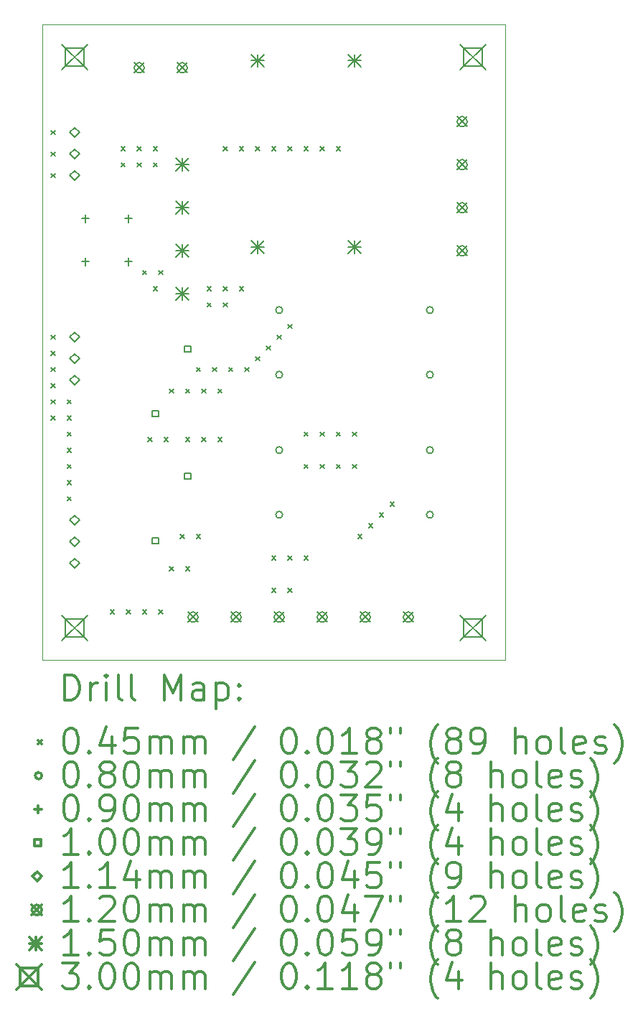
<source format=gbr>
%FSLAX45Y45*%
G04 Gerber Fmt 4.5, Leading zero omitted, Abs format (unit mm)*
G04 Created by KiCad (PCBNEW (after 2015-mar-04 BZR unknown)-product) date Wed 02 Nov 2016 01:14:23 AM CET*
%MOMM*%
G01*
G04 APERTURE LIST*
%ADD10C,0.127000*%
%ADD11C,0.100000*%
%ADD12C,0.200000*%
%ADD13C,0.300000*%
G04 APERTURE END LIST*
D10*
D11*
X1016000Y-8509000D02*
X1016000Y-1016000D01*
X6477000Y-8509000D02*
X1016000Y-8509000D01*
X6477000Y-1016000D02*
X6477000Y-8509000D01*
X1016000Y-1016000D02*
X6477000Y-1016000D01*
D12*
X1120500Y-2263500D02*
X1165500Y-2308500D01*
X1165500Y-2263500D02*
X1120500Y-2308500D01*
X1120500Y-2517500D02*
X1165500Y-2562500D01*
X1165500Y-2517500D02*
X1120500Y-2562500D01*
X1120500Y-2771500D02*
X1165500Y-2816500D01*
X1165500Y-2771500D02*
X1120500Y-2816500D01*
X1120500Y-4676500D02*
X1165500Y-4721500D01*
X1165500Y-4676500D02*
X1120500Y-4721500D01*
X1120500Y-4867000D02*
X1165500Y-4912000D01*
X1165500Y-4867000D02*
X1120500Y-4912000D01*
X1120500Y-5057500D02*
X1165500Y-5102500D01*
X1165500Y-5057500D02*
X1120500Y-5102500D01*
X1120500Y-5248000D02*
X1165500Y-5293000D01*
X1165500Y-5248000D02*
X1120500Y-5293000D01*
X1120500Y-5438500D02*
X1165500Y-5483500D01*
X1165500Y-5438500D02*
X1120500Y-5483500D01*
X1120500Y-5629000D02*
X1165500Y-5674000D01*
X1165500Y-5629000D02*
X1120500Y-5674000D01*
X1311000Y-5438500D02*
X1356000Y-5483500D01*
X1356000Y-5438500D02*
X1311000Y-5483500D01*
X1311000Y-5629000D02*
X1356000Y-5674000D01*
X1356000Y-5629000D02*
X1311000Y-5674000D01*
X1311000Y-5819500D02*
X1356000Y-5864500D01*
X1356000Y-5819500D02*
X1311000Y-5864500D01*
X1311000Y-6010000D02*
X1356000Y-6055000D01*
X1356000Y-6010000D02*
X1311000Y-6055000D01*
X1311000Y-6200500D02*
X1356000Y-6245500D01*
X1356000Y-6200500D02*
X1311000Y-6245500D01*
X1311000Y-6200500D02*
X1356000Y-6245500D01*
X1356000Y-6200500D02*
X1311000Y-6245500D01*
X1311000Y-6200500D02*
X1356000Y-6245500D01*
X1356000Y-6200500D02*
X1311000Y-6245500D01*
X1311000Y-6200500D02*
X1356000Y-6245500D01*
X1356000Y-6200500D02*
X1311000Y-6245500D01*
X1311000Y-6391000D02*
X1356000Y-6436000D01*
X1356000Y-6391000D02*
X1311000Y-6436000D01*
X1311000Y-6391000D02*
X1356000Y-6436000D01*
X1356000Y-6391000D02*
X1311000Y-6436000D01*
X1311000Y-6391000D02*
X1356000Y-6436000D01*
X1356000Y-6391000D02*
X1311000Y-6436000D01*
X1311000Y-6391000D02*
X1356000Y-6436000D01*
X1356000Y-6391000D02*
X1311000Y-6436000D01*
X1311000Y-6581500D02*
X1356000Y-6626500D01*
X1356000Y-6581500D02*
X1311000Y-6626500D01*
X1311000Y-6581500D02*
X1356000Y-6626500D01*
X1356000Y-6581500D02*
X1311000Y-6626500D01*
X1311000Y-6581500D02*
X1356000Y-6626500D01*
X1356000Y-6581500D02*
X1311000Y-6626500D01*
X1311000Y-6581500D02*
X1356000Y-6626500D01*
X1356000Y-6581500D02*
X1311000Y-6626500D01*
X1819000Y-7915000D02*
X1864000Y-7960000D01*
X1864000Y-7915000D02*
X1819000Y-7960000D01*
X1946000Y-2454000D02*
X1991000Y-2499000D01*
X1991000Y-2454000D02*
X1946000Y-2499000D01*
X1946000Y-2644500D02*
X1991000Y-2689500D01*
X1991000Y-2644500D02*
X1946000Y-2689500D01*
X2009500Y-7915000D02*
X2054500Y-7960000D01*
X2054500Y-7915000D02*
X2009500Y-7960000D01*
X2136500Y-2454000D02*
X2181500Y-2499000D01*
X2181500Y-2454000D02*
X2136500Y-2499000D01*
X2136500Y-2644500D02*
X2181500Y-2689500D01*
X2181500Y-2644500D02*
X2136500Y-2689500D01*
X2200000Y-3914500D02*
X2245000Y-3959500D01*
X2245000Y-3914500D02*
X2200000Y-3959500D01*
X2200000Y-7915000D02*
X2245000Y-7960000D01*
X2245000Y-7915000D02*
X2200000Y-7960000D01*
X2263500Y-5883000D02*
X2308500Y-5928000D01*
X2308500Y-5883000D02*
X2263500Y-5928000D01*
X2327000Y-2454000D02*
X2372000Y-2499000D01*
X2372000Y-2454000D02*
X2327000Y-2499000D01*
X2327000Y-2644500D02*
X2372000Y-2689500D01*
X2372000Y-2644500D02*
X2327000Y-2689500D01*
X2327000Y-4105000D02*
X2372000Y-4150000D01*
X2372000Y-4105000D02*
X2327000Y-4150000D01*
X2390500Y-3914500D02*
X2435500Y-3959500D01*
X2435500Y-3914500D02*
X2390500Y-3959500D01*
X2390500Y-7915000D02*
X2435500Y-7960000D01*
X2435500Y-7915000D02*
X2390500Y-7960000D01*
X2454000Y-5883000D02*
X2499000Y-5928000D01*
X2499000Y-5883000D02*
X2454000Y-5928000D01*
X2517500Y-5311500D02*
X2562500Y-5356500D01*
X2562500Y-5311500D02*
X2517500Y-5356500D01*
X2517500Y-7407000D02*
X2562500Y-7452000D01*
X2562500Y-7407000D02*
X2517500Y-7452000D01*
X2644500Y-7026000D02*
X2689500Y-7071000D01*
X2689500Y-7026000D02*
X2644500Y-7071000D01*
X2708000Y-5311500D02*
X2753000Y-5356500D01*
X2753000Y-5311500D02*
X2708000Y-5356500D01*
X2708000Y-5883000D02*
X2753000Y-5928000D01*
X2753000Y-5883000D02*
X2708000Y-5928000D01*
X2708000Y-7407000D02*
X2753000Y-7452000D01*
X2753000Y-7407000D02*
X2708000Y-7452000D01*
X2835000Y-5057500D02*
X2880000Y-5102500D01*
X2880000Y-5057500D02*
X2835000Y-5102500D01*
X2835000Y-7026000D02*
X2880000Y-7071000D01*
X2880000Y-7026000D02*
X2835000Y-7071000D01*
X2898500Y-5311500D02*
X2943500Y-5356500D01*
X2943500Y-5311500D02*
X2898500Y-5356500D01*
X2898500Y-5883000D02*
X2943500Y-5928000D01*
X2943500Y-5883000D02*
X2898500Y-5928000D01*
X2962000Y-4105000D02*
X3007000Y-4150000D01*
X3007000Y-4105000D02*
X2962000Y-4150000D01*
X2962000Y-4295500D02*
X3007000Y-4340500D01*
X3007000Y-4295500D02*
X2962000Y-4340500D01*
X3025500Y-5057500D02*
X3070500Y-5102500D01*
X3070500Y-5057500D02*
X3025500Y-5102500D01*
X3089000Y-5311500D02*
X3134000Y-5356500D01*
X3134000Y-5311500D02*
X3089000Y-5356500D01*
X3089000Y-5883000D02*
X3134000Y-5928000D01*
X3134000Y-5883000D02*
X3089000Y-5928000D01*
X3152500Y-2454000D02*
X3197500Y-2499000D01*
X3197500Y-2454000D02*
X3152500Y-2499000D01*
X3152500Y-4105000D02*
X3197500Y-4150000D01*
X3197500Y-4105000D02*
X3152500Y-4150000D01*
X3152500Y-4295500D02*
X3197500Y-4340500D01*
X3197500Y-4295500D02*
X3152500Y-4340500D01*
X3216000Y-5057500D02*
X3261000Y-5102500D01*
X3261000Y-5057500D02*
X3216000Y-5102500D01*
X3343000Y-2454000D02*
X3388000Y-2499000D01*
X3388000Y-2454000D02*
X3343000Y-2499000D01*
X3343000Y-4105000D02*
X3388000Y-4150000D01*
X3388000Y-4105000D02*
X3343000Y-4150000D01*
X3406500Y-5057500D02*
X3451500Y-5102500D01*
X3451500Y-5057500D02*
X3406500Y-5102500D01*
X3533500Y-2454000D02*
X3578500Y-2499000D01*
X3578500Y-2454000D02*
X3533500Y-2499000D01*
X3533500Y-4930500D02*
X3578500Y-4975500D01*
X3578500Y-4930500D02*
X3533500Y-4975500D01*
X3660500Y-4803500D02*
X3705500Y-4848500D01*
X3705500Y-4803500D02*
X3660500Y-4848500D01*
X3724000Y-2454000D02*
X3769000Y-2499000D01*
X3769000Y-2454000D02*
X3724000Y-2499000D01*
X3724000Y-7280000D02*
X3769000Y-7325000D01*
X3769000Y-7280000D02*
X3724000Y-7325000D01*
X3724000Y-7661000D02*
X3769000Y-7706000D01*
X3769000Y-7661000D02*
X3724000Y-7706000D01*
X3787500Y-4676500D02*
X3832500Y-4721500D01*
X3832500Y-4676500D02*
X3787500Y-4721500D01*
X3914500Y-2454000D02*
X3959500Y-2499000D01*
X3959500Y-2454000D02*
X3914500Y-2499000D01*
X3914500Y-4549500D02*
X3959500Y-4594500D01*
X3959500Y-4549500D02*
X3914500Y-4594500D01*
X3914500Y-7280000D02*
X3959500Y-7325000D01*
X3959500Y-7280000D02*
X3914500Y-7325000D01*
X3914500Y-7661000D02*
X3959500Y-7706000D01*
X3959500Y-7661000D02*
X3914500Y-7706000D01*
X4105000Y-2454000D02*
X4150000Y-2499000D01*
X4150000Y-2454000D02*
X4105000Y-2499000D01*
X4105000Y-5819500D02*
X4150000Y-5864500D01*
X4150000Y-5819500D02*
X4105000Y-5864500D01*
X4105000Y-6200500D02*
X4150000Y-6245500D01*
X4150000Y-6200500D02*
X4105000Y-6245500D01*
X4105000Y-7280000D02*
X4150000Y-7325000D01*
X4150000Y-7280000D02*
X4105000Y-7325000D01*
X4295500Y-2454000D02*
X4340500Y-2499000D01*
X4340500Y-2454000D02*
X4295500Y-2499000D01*
X4295500Y-5819500D02*
X4340500Y-5864500D01*
X4340500Y-5819500D02*
X4295500Y-5864500D01*
X4295500Y-6200500D02*
X4340500Y-6245500D01*
X4340500Y-6200500D02*
X4295500Y-6245500D01*
X4486000Y-2454000D02*
X4531000Y-2499000D01*
X4531000Y-2454000D02*
X4486000Y-2499000D01*
X4486000Y-5819500D02*
X4531000Y-5864500D01*
X4531000Y-5819500D02*
X4486000Y-5864500D01*
X4486000Y-6200500D02*
X4531000Y-6245500D01*
X4531000Y-6200500D02*
X4486000Y-6245500D01*
X4676500Y-5819500D02*
X4721500Y-5864500D01*
X4721500Y-5819500D02*
X4676500Y-5864500D01*
X4676500Y-6200500D02*
X4721500Y-6245500D01*
X4721500Y-6200500D02*
X4676500Y-6245500D01*
X4740000Y-7026000D02*
X4785000Y-7071000D01*
X4785000Y-7026000D02*
X4740000Y-7071000D01*
X4867000Y-6899000D02*
X4912000Y-6944000D01*
X4912000Y-6899000D02*
X4867000Y-6944000D01*
X4994000Y-6772000D02*
X5039000Y-6817000D01*
X5039000Y-6772000D02*
X4994000Y-6817000D01*
X5121000Y-6645000D02*
X5166000Y-6690000D01*
X5166000Y-6645000D02*
X5121000Y-6690000D01*
X3850005Y-4381500D02*
G75*
G03X3850005Y-4381500I-40005J0D01*
G01*
X3850005Y-5143500D02*
G75*
G03X3850005Y-5143500I-40005J0D01*
G01*
X3850005Y-6032500D02*
G75*
G03X3850005Y-6032500I-40005J0D01*
G01*
X3850005Y-6794500D02*
G75*
G03X3850005Y-6794500I-40005J0D01*
G01*
X5628005Y-4381500D02*
G75*
G03X5628005Y-4381500I-40005J0D01*
G01*
X5628005Y-5143500D02*
G75*
G03X5628005Y-5143500I-40005J0D01*
G01*
X5628005Y-6032500D02*
G75*
G03X5628005Y-6032500I-40005J0D01*
G01*
X5628005Y-6794500D02*
G75*
G03X5628005Y-6794500I-40005J0D01*
G01*
X1524000Y-3257000D02*
X1524000Y-3347000D01*
X1479000Y-3302000D02*
X1569000Y-3302000D01*
X1524000Y-3765000D02*
X1524000Y-3855000D01*
X1479000Y-3810000D02*
X1569000Y-3810000D01*
X2032000Y-3257000D02*
X2032000Y-3347000D01*
X1987000Y-3302000D02*
X2077000Y-3302000D01*
X2032000Y-3765000D02*
X2032000Y-3855000D01*
X1987000Y-3810000D02*
X2077000Y-3810000D01*
X2384883Y-5635382D02*
X2384883Y-5564618D01*
X2314118Y-5564618D01*
X2314118Y-5635382D01*
X2384883Y-5635382D01*
X2384883Y-7135382D02*
X2384883Y-7064617D01*
X2314118Y-7064617D01*
X2314118Y-7135382D01*
X2384883Y-7135382D01*
X2765883Y-4873383D02*
X2765883Y-4802618D01*
X2695118Y-4802618D01*
X2695118Y-4873383D01*
X2765883Y-4873383D01*
X2765883Y-6373382D02*
X2765883Y-6302617D01*
X2695118Y-6302617D01*
X2695118Y-6373382D01*
X2765883Y-6373382D01*
X1397000Y-2343150D02*
X1454150Y-2286000D01*
X1397000Y-2228850D01*
X1339850Y-2286000D01*
X1397000Y-2343150D01*
X1397000Y-2597150D02*
X1454150Y-2540000D01*
X1397000Y-2482850D01*
X1339850Y-2540000D01*
X1397000Y-2597150D01*
X1397000Y-2851150D02*
X1454150Y-2794000D01*
X1397000Y-2736850D01*
X1339850Y-2794000D01*
X1397000Y-2851150D01*
X1397000Y-4756150D02*
X1454150Y-4699000D01*
X1397000Y-4641850D01*
X1339850Y-4699000D01*
X1397000Y-4756150D01*
X1397000Y-5010150D02*
X1454150Y-4953000D01*
X1397000Y-4895850D01*
X1339850Y-4953000D01*
X1397000Y-5010150D01*
X1397000Y-5264150D02*
X1454150Y-5207000D01*
X1397000Y-5149850D01*
X1339850Y-5207000D01*
X1397000Y-5264150D01*
X1397000Y-6915150D02*
X1454150Y-6858000D01*
X1397000Y-6800850D01*
X1339850Y-6858000D01*
X1397000Y-6915150D01*
X1397000Y-7169150D02*
X1454150Y-7112000D01*
X1397000Y-7054850D01*
X1339850Y-7112000D01*
X1397000Y-7169150D01*
X1397000Y-7423150D02*
X1454150Y-7366000D01*
X1397000Y-7308850D01*
X1339850Y-7366000D01*
X1397000Y-7423150D01*
X2099056Y-1464056D02*
X2218944Y-1583944D01*
X2218944Y-1464056D02*
X2099056Y-1583944D01*
X2218944Y-1524000D02*
G75*
G03X2218944Y-1524000I-59944J0D01*
G01*
X2607056Y-1464056D02*
X2726944Y-1583944D01*
X2726944Y-1464056D02*
X2607056Y-1583944D01*
X2726944Y-1524000D02*
G75*
G03X2726944Y-1524000I-59944J0D01*
G01*
X2734056Y-7941056D02*
X2853944Y-8060944D01*
X2853944Y-7941056D02*
X2734056Y-8060944D01*
X2853944Y-8001000D02*
G75*
G03X2853944Y-8001000I-59944J0D01*
G01*
X3242056Y-7941056D02*
X3361944Y-8060944D01*
X3361944Y-7941056D02*
X3242056Y-8060944D01*
X3361944Y-8001000D02*
G75*
G03X3361944Y-8001000I-59944J0D01*
G01*
X3750056Y-7941056D02*
X3869944Y-8060944D01*
X3869944Y-7941056D02*
X3750056Y-8060944D01*
X3869944Y-8001000D02*
G75*
G03X3869944Y-8001000I-59944J0D01*
G01*
X4258056Y-7941056D02*
X4377944Y-8060944D01*
X4377944Y-7941056D02*
X4258056Y-8060944D01*
X4377944Y-8001000D02*
G75*
G03X4377944Y-8001000I-59944J0D01*
G01*
X4766056Y-7941056D02*
X4885944Y-8060944D01*
X4885944Y-7941056D02*
X4766056Y-8060944D01*
X4885944Y-8001000D02*
G75*
G03X4885944Y-8001000I-59944J0D01*
G01*
X5274056Y-7941056D02*
X5393944Y-8060944D01*
X5393944Y-7941056D02*
X5274056Y-8060944D01*
X5393944Y-8001000D02*
G75*
G03X5393944Y-8001000I-59944J0D01*
G01*
X5909056Y-2099056D02*
X6028944Y-2218944D01*
X6028944Y-2099056D02*
X5909056Y-2218944D01*
X6028944Y-2159000D02*
G75*
G03X6028944Y-2159000I-59944J0D01*
G01*
X5909056Y-2607056D02*
X6028944Y-2726944D01*
X6028944Y-2607056D02*
X5909056Y-2726944D01*
X6028944Y-2667000D02*
G75*
G03X6028944Y-2667000I-59944J0D01*
G01*
X5909056Y-3115056D02*
X6028944Y-3234944D01*
X6028944Y-3115056D02*
X5909056Y-3234944D01*
X6028944Y-3175000D02*
G75*
G03X6028944Y-3175000I-59944J0D01*
G01*
X5909056Y-3623056D02*
X6028944Y-3742944D01*
X6028944Y-3623056D02*
X5909056Y-3742944D01*
X6028944Y-3683000D02*
G75*
G03X6028944Y-3683000I-59944J0D01*
G01*
X2591943Y-2591943D02*
X2742057Y-2742057D01*
X2742057Y-2591943D02*
X2591943Y-2742057D01*
X2667000Y-2591943D02*
X2667000Y-2742057D01*
X2591943Y-2667000D02*
X2742057Y-2667000D01*
X2591943Y-3099943D02*
X2742057Y-3250057D01*
X2742057Y-3099943D02*
X2591943Y-3250057D01*
X2667000Y-3099943D02*
X2667000Y-3250057D01*
X2591943Y-3175000D02*
X2742057Y-3175000D01*
X2591943Y-3607943D02*
X2742057Y-3758057D01*
X2742057Y-3607943D02*
X2591943Y-3758057D01*
X2667000Y-3607943D02*
X2667000Y-3758057D01*
X2591943Y-3683000D02*
X2742057Y-3683000D01*
X2591943Y-4115943D02*
X2742057Y-4266057D01*
X2742057Y-4115943D02*
X2591943Y-4266057D01*
X2667000Y-4115943D02*
X2667000Y-4266057D01*
X2591943Y-4191000D02*
X2742057Y-4191000D01*
X3480943Y-1364869D02*
X3631057Y-1514983D01*
X3631057Y-1364869D02*
X3480943Y-1514983D01*
X3556000Y-1364869D02*
X3556000Y-1514983D01*
X3480943Y-1439926D02*
X3631057Y-1439926D01*
X3480943Y-3565017D02*
X3631057Y-3715131D01*
X3631057Y-3565017D02*
X3480943Y-3715131D01*
X3556000Y-3565017D02*
X3556000Y-3715131D01*
X3480943Y-3640074D02*
X3631057Y-3640074D01*
X4623943Y-1364869D02*
X4774057Y-1514983D01*
X4774057Y-1364869D02*
X4623943Y-1514983D01*
X4699000Y-1364869D02*
X4699000Y-1514983D01*
X4623943Y-1439926D02*
X4774057Y-1439926D01*
X4623943Y-3565017D02*
X4774057Y-3715131D01*
X4774057Y-3565017D02*
X4623943Y-3715131D01*
X4699000Y-3565017D02*
X4699000Y-3715131D01*
X4623943Y-3640074D02*
X4774057Y-3640074D01*
X1247013Y-1247013D02*
X1546987Y-1546987D01*
X1546987Y-1247013D02*
X1247013Y-1546987D01*
X1503058Y-1503058D02*
X1503058Y-1290942D01*
X1290942Y-1290942D01*
X1290942Y-1503058D01*
X1503058Y-1503058D01*
X1247013Y-7978013D02*
X1546987Y-8277987D01*
X1546987Y-7978013D02*
X1247013Y-8277987D01*
X1503058Y-8234058D02*
X1503058Y-8021942D01*
X1290942Y-8021942D01*
X1290942Y-8234058D01*
X1503058Y-8234058D01*
X5946013Y-1247013D02*
X6245987Y-1546987D01*
X6245987Y-1247013D02*
X5946013Y-1546987D01*
X6202058Y-1503058D02*
X6202058Y-1290942D01*
X5989942Y-1290942D01*
X5989942Y-1503058D01*
X6202058Y-1503058D01*
X5946013Y-7978013D02*
X6245987Y-8277987D01*
X6245987Y-7978013D02*
X5946013Y-8277987D01*
X6202058Y-8234058D02*
X6202058Y-8021942D01*
X5989942Y-8021942D01*
X5989942Y-8234058D01*
X6202058Y-8234058D01*
D13*
X1282429Y-8979714D02*
X1282429Y-8679714D01*
X1353857Y-8679714D01*
X1396714Y-8694000D01*
X1425286Y-8722572D01*
X1439571Y-8751143D01*
X1453857Y-8808286D01*
X1453857Y-8851143D01*
X1439571Y-8908286D01*
X1425286Y-8936857D01*
X1396714Y-8965429D01*
X1353857Y-8979714D01*
X1282429Y-8979714D01*
X1582428Y-8979714D02*
X1582428Y-8779714D01*
X1582428Y-8836857D02*
X1596714Y-8808286D01*
X1611000Y-8794000D01*
X1639571Y-8779714D01*
X1668143Y-8779714D01*
X1768143Y-8979714D02*
X1768143Y-8779714D01*
X1768143Y-8679714D02*
X1753857Y-8694000D01*
X1768143Y-8708286D01*
X1782428Y-8694000D01*
X1768143Y-8679714D01*
X1768143Y-8708286D01*
X1953857Y-8979714D02*
X1925286Y-8965429D01*
X1911000Y-8936857D01*
X1911000Y-8679714D01*
X2111000Y-8979714D02*
X2082428Y-8965429D01*
X2068143Y-8936857D01*
X2068143Y-8679714D01*
X2453857Y-8979714D02*
X2453857Y-8679714D01*
X2553857Y-8894000D01*
X2653857Y-8679714D01*
X2653857Y-8979714D01*
X2925286Y-8979714D02*
X2925286Y-8822572D01*
X2911000Y-8794000D01*
X2882428Y-8779714D01*
X2825286Y-8779714D01*
X2796714Y-8794000D01*
X2925286Y-8965429D02*
X2896714Y-8979714D01*
X2825286Y-8979714D01*
X2796714Y-8965429D01*
X2782429Y-8936857D01*
X2782429Y-8908286D01*
X2796714Y-8879714D01*
X2825286Y-8865429D01*
X2896714Y-8865429D01*
X2925286Y-8851143D01*
X3068143Y-8779714D02*
X3068143Y-9079714D01*
X3068143Y-8794000D02*
X3096714Y-8779714D01*
X3153857Y-8779714D01*
X3182428Y-8794000D01*
X3196714Y-8808286D01*
X3211000Y-8836857D01*
X3211000Y-8922572D01*
X3196714Y-8951143D01*
X3182428Y-8965429D01*
X3153857Y-8979714D01*
X3096714Y-8979714D01*
X3068143Y-8965429D01*
X3339571Y-8951143D02*
X3353857Y-8965429D01*
X3339571Y-8979714D01*
X3325286Y-8965429D01*
X3339571Y-8951143D01*
X3339571Y-8979714D01*
X3339571Y-8794000D02*
X3353857Y-8808286D01*
X3339571Y-8822572D01*
X3325286Y-8808286D01*
X3339571Y-8794000D01*
X3339571Y-8822572D01*
X966000Y-9451500D02*
X1011000Y-9496500D01*
X1011000Y-9451500D02*
X966000Y-9496500D01*
X1339571Y-9309714D02*
X1368143Y-9309714D01*
X1396714Y-9324000D01*
X1411000Y-9338286D01*
X1425286Y-9366857D01*
X1439571Y-9424000D01*
X1439571Y-9495429D01*
X1425286Y-9552572D01*
X1411000Y-9581143D01*
X1396714Y-9595429D01*
X1368143Y-9609714D01*
X1339571Y-9609714D01*
X1311000Y-9595429D01*
X1296714Y-9581143D01*
X1282429Y-9552572D01*
X1268143Y-9495429D01*
X1268143Y-9424000D01*
X1282429Y-9366857D01*
X1296714Y-9338286D01*
X1311000Y-9324000D01*
X1339571Y-9309714D01*
X1568143Y-9581143D02*
X1582428Y-9595429D01*
X1568143Y-9609714D01*
X1553857Y-9595429D01*
X1568143Y-9581143D01*
X1568143Y-9609714D01*
X1839571Y-9409714D02*
X1839571Y-9609714D01*
X1768143Y-9295429D02*
X1696714Y-9509714D01*
X1882428Y-9509714D01*
X2139571Y-9309714D02*
X1996714Y-9309714D01*
X1982428Y-9452572D01*
X1996714Y-9438286D01*
X2025286Y-9424000D01*
X2096714Y-9424000D01*
X2125286Y-9438286D01*
X2139571Y-9452572D01*
X2153857Y-9481143D01*
X2153857Y-9552572D01*
X2139571Y-9581143D01*
X2125286Y-9595429D01*
X2096714Y-9609714D01*
X2025286Y-9609714D01*
X1996714Y-9595429D01*
X1982428Y-9581143D01*
X2282429Y-9609714D02*
X2282429Y-9409714D01*
X2282429Y-9438286D02*
X2296714Y-9424000D01*
X2325286Y-9409714D01*
X2368143Y-9409714D01*
X2396714Y-9424000D01*
X2411000Y-9452572D01*
X2411000Y-9609714D01*
X2411000Y-9452572D02*
X2425286Y-9424000D01*
X2453857Y-9409714D01*
X2496714Y-9409714D01*
X2525286Y-9424000D01*
X2539571Y-9452572D01*
X2539571Y-9609714D01*
X2682429Y-9609714D02*
X2682429Y-9409714D01*
X2682429Y-9438286D02*
X2696714Y-9424000D01*
X2725286Y-9409714D01*
X2768143Y-9409714D01*
X2796714Y-9424000D01*
X2811000Y-9452572D01*
X2811000Y-9609714D01*
X2811000Y-9452572D02*
X2825286Y-9424000D01*
X2853857Y-9409714D01*
X2896714Y-9409714D01*
X2925286Y-9424000D01*
X2939571Y-9452572D01*
X2939571Y-9609714D01*
X3525286Y-9295429D02*
X3268143Y-9681143D01*
X3911000Y-9309714D02*
X3939571Y-9309714D01*
X3968143Y-9324000D01*
X3982428Y-9338286D01*
X3996714Y-9366857D01*
X4011000Y-9424000D01*
X4011000Y-9495429D01*
X3996714Y-9552572D01*
X3982428Y-9581143D01*
X3968143Y-9595429D01*
X3939571Y-9609714D01*
X3911000Y-9609714D01*
X3882428Y-9595429D01*
X3868143Y-9581143D01*
X3853857Y-9552572D01*
X3839571Y-9495429D01*
X3839571Y-9424000D01*
X3853857Y-9366857D01*
X3868143Y-9338286D01*
X3882428Y-9324000D01*
X3911000Y-9309714D01*
X4139571Y-9581143D02*
X4153857Y-9595429D01*
X4139571Y-9609714D01*
X4125286Y-9595429D01*
X4139571Y-9581143D01*
X4139571Y-9609714D01*
X4339571Y-9309714D02*
X4368143Y-9309714D01*
X4396714Y-9324000D01*
X4411000Y-9338286D01*
X4425286Y-9366857D01*
X4439571Y-9424000D01*
X4439571Y-9495429D01*
X4425286Y-9552572D01*
X4411000Y-9581143D01*
X4396714Y-9595429D01*
X4368143Y-9609714D01*
X4339571Y-9609714D01*
X4311000Y-9595429D01*
X4296714Y-9581143D01*
X4282428Y-9552572D01*
X4268143Y-9495429D01*
X4268143Y-9424000D01*
X4282428Y-9366857D01*
X4296714Y-9338286D01*
X4311000Y-9324000D01*
X4339571Y-9309714D01*
X4725286Y-9609714D02*
X4553857Y-9609714D01*
X4639571Y-9609714D02*
X4639571Y-9309714D01*
X4611000Y-9352572D01*
X4582428Y-9381143D01*
X4553857Y-9395429D01*
X4896714Y-9438286D02*
X4868143Y-9424000D01*
X4853857Y-9409714D01*
X4839571Y-9381143D01*
X4839571Y-9366857D01*
X4853857Y-9338286D01*
X4868143Y-9324000D01*
X4896714Y-9309714D01*
X4953857Y-9309714D01*
X4982428Y-9324000D01*
X4996714Y-9338286D01*
X5011000Y-9366857D01*
X5011000Y-9381143D01*
X4996714Y-9409714D01*
X4982428Y-9424000D01*
X4953857Y-9438286D01*
X4896714Y-9438286D01*
X4868143Y-9452572D01*
X4853857Y-9466857D01*
X4839571Y-9495429D01*
X4839571Y-9552572D01*
X4853857Y-9581143D01*
X4868143Y-9595429D01*
X4896714Y-9609714D01*
X4953857Y-9609714D01*
X4982428Y-9595429D01*
X4996714Y-9581143D01*
X5011000Y-9552572D01*
X5011000Y-9495429D01*
X4996714Y-9466857D01*
X4982428Y-9452572D01*
X4953857Y-9438286D01*
X5125286Y-9309714D02*
X5125286Y-9366857D01*
X5239571Y-9309714D02*
X5239571Y-9366857D01*
X5682428Y-9724000D02*
X5668143Y-9709714D01*
X5639571Y-9666857D01*
X5625285Y-9638286D01*
X5611000Y-9595429D01*
X5596714Y-9524000D01*
X5596714Y-9466857D01*
X5611000Y-9395429D01*
X5625285Y-9352572D01*
X5639571Y-9324000D01*
X5668143Y-9281143D01*
X5682428Y-9266857D01*
X5839571Y-9438286D02*
X5811000Y-9424000D01*
X5796714Y-9409714D01*
X5782428Y-9381143D01*
X5782428Y-9366857D01*
X5796714Y-9338286D01*
X5811000Y-9324000D01*
X5839571Y-9309714D01*
X5896714Y-9309714D01*
X5925285Y-9324000D01*
X5939571Y-9338286D01*
X5953857Y-9366857D01*
X5953857Y-9381143D01*
X5939571Y-9409714D01*
X5925285Y-9424000D01*
X5896714Y-9438286D01*
X5839571Y-9438286D01*
X5811000Y-9452572D01*
X5796714Y-9466857D01*
X5782428Y-9495429D01*
X5782428Y-9552572D01*
X5796714Y-9581143D01*
X5811000Y-9595429D01*
X5839571Y-9609714D01*
X5896714Y-9609714D01*
X5925285Y-9595429D01*
X5939571Y-9581143D01*
X5953857Y-9552572D01*
X5953857Y-9495429D01*
X5939571Y-9466857D01*
X5925285Y-9452572D01*
X5896714Y-9438286D01*
X6096714Y-9609714D02*
X6153857Y-9609714D01*
X6182428Y-9595429D01*
X6196714Y-9581143D01*
X6225285Y-9538286D01*
X6239571Y-9481143D01*
X6239571Y-9366857D01*
X6225285Y-9338286D01*
X6211000Y-9324000D01*
X6182428Y-9309714D01*
X6125285Y-9309714D01*
X6096714Y-9324000D01*
X6082428Y-9338286D01*
X6068143Y-9366857D01*
X6068143Y-9438286D01*
X6082428Y-9466857D01*
X6096714Y-9481143D01*
X6125285Y-9495429D01*
X6182428Y-9495429D01*
X6211000Y-9481143D01*
X6225285Y-9466857D01*
X6239571Y-9438286D01*
X6596714Y-9609714D02*
X6596714Y-9309714D01*
X6725285Y-9609714D02*
X6725285Y-9452572D01*
X6711000Y-9424000D01*
X6682428Y-9409714D01*
X6639571Y-9409714D01*
X6611000Y-9424000D01*
X6596714Y-9438286D01*
X6911000Y-9609714D02*
X6882428Y-9595429D01*
X6868143Y-9581143D01*
X6853857Y-9552572D01*
X6853857Y-9466857D01*
X6868143Y-9438286D01*
X6882428Y-9424000D01*
X6911000Y-9409714D01*
X6953857Y-9409714D01*
X6982428Y-9424000D01*
X6996714Y-9438286D01*
X7011000Y-9466857D01*
X7011000Y-9552572D01*
X6996714Y-9581143D01*
X6982428Y-9595429D01*
X6953857Y-9609714D01*
X6911000Y-9609714D01*
X7182428Y-9609714D02*
X7153857Y-9595429D01*
X7139571Y-9566857D01*
X7139571Y-9309714D01*
X7411000Y-9595429D02*
X7382428Y-9609714D01*
X7325286Y-9609714D01*
X7296714Y-9595429D01*
X7282428Y-9566857D01*
X7282428Y-9452572D01*
X7296714Y-9424000D01*
X7325286Y-9409714D01*
X7382428Y-9409714D01*
X7411000Y-9424000D01*
X7425286Y-9452572D01*
X7425286Y-9481143D01*
X7282428Y-9509714D01*
X7539571Y-9595429D02*
X7568143Y-9609714D01*
X7625286Y-9609714D01*
X7653857Y-9595429D01*
X7668143Y-9566857D01*
X7668143Y-9552572D01*
X7653857Y-9524000D01*
X7625286Y-9509714D01*
X7582428Y-9509714D01*
X7553857Y-9495429D01*
X7539571Y-9466857D01*
X7539571Y-9452572D01*
X7553857Y-9424000D01*
X7582428Y-9409714D01*
X7625286Y-9409714D01*
X7653857Y-9424000D01*
X7768143Y-9724000D02*
X7782428Y-9709714D01*
X7811000Y-9666857D01*
X7825286Y-9638286D01*
X7839571Y-9595429D01*
X7853857Y-9524000D01*
X7853857Y-9466857D01*
X7839571Y-9395429D01*
X7825286Y-9352572D01*
X7811000Y-9324000D01*
X7782428Y-9281143D01*
X7768143Y-9266857D01*
X1011000Y-9870000D02*
G75*
G03X1011000Y-9870000I-40005J0D01*
G01*
X1339571Y-9705714D02*
X1368143Y-9705714D01*
X1396714Y-9720000D01*
X1411000Y-9734286D01*
X1425286Y-9762857D01*
X1439571Y-9820000D01*
X1439571Y-9891429D01*
X1425286Y-9948572D01*
X1411000Y-9977143D01*
X1396714Y-9991429D01*
X1368143Y-10005714D01*
X1339571Y-10005714D01*
X1311000Y-9991429D01*
X1296714Y-9977143D01*
X1282429Y-9948572D01*
X1268143Y-9891429D01*
X1268143Y-9820000D01*
X1282429Y-9762857D01*
X1296714Y-9734286D01*
X1311000Y-9720000D01*
X1339571Y-9705714D01*
X1568143Y-9977143D02*
X1582428Y-9991429D01*
X1568143Y-10005714D01*
X1553857Y-9991429D01*
X1568143Y-9977143D01*
X1568143Y-10005714D01*
X1753857Y-9834286D02*
X1725286Y-9820000D01*
X1711000Y-9805714D01*
X1696714Y-9777143D01*
X1696714Y-9762857D01*
X1711000Y-9734286D01*
X1725286Y-9720000D01*
X1753857Y-9705714D01*
X1811000Y-9705714D01*
X1839571Y-9720000D01*
X1853857Y-9734286D01*
X1868143Y-9762857D01*
X1868143Y-9777143D01*
X1853857Y-9805714D01*
X1839571Y-9820000D01*
X1811000Y-9834286D01*
X1753857Y-9834286D01*
X1725286Y-9848572D01*
X1711000Y-9862857D01*
X1696714Y-9891429D01*
X1696714Y-9948572D01*
X1711000Y-9977143D01*
X1725286Y-9991429D01*
X1753857Y-10005714D01*
X1811000Y-10005714D01*
X1839571Y-9991429D01*
X1853857Y-9977143D01*
X1868143Y-9948572D01*
X1868143Y-9891429D01*
X1853857Y-9862857D01*
X1839571Y-9848572D01*
X1811000Y-9834286D01*
X2053857Y-9705714D02*
X2082428Y-9705714D01*
X2111000Y-9720000D01*
X2125286Y-9734286D01*
X2139571Y-9762857D01*
X2153857Y-9820000D01*
X2153857Y-9891429D01*
X2139571Y-9948572D01*
X2125286Y-9977143D01*
X2111000Y-9991429D01*
X2082428Y-10005714D01*
X2053857Y-10005714D01*
X2025286Y-9991429D01*
X2011000Y-9977143D01*
X1996714Y-9948572D01*
X1982428Y-9891429D01*
X1982428Y-9820000D01*
X1996714Y-9762857D01*
X2011000Y-9734286D01*
X2025286Y-9720000D01*
X2053857Y-9705714D01*
X2282429Y-10005714D02*
X2282429Y-9805714D01*
X2282429Y-9834286D02*
X2296714Y-9820000D01*
X2325286Y-9805714D01*
X2368143Y-9805714D01*
X2396714Y-9820000D01*
X2411000Y-9848572D01*
X2411000Y-10005714D01*
X2411000Y-9848572D02*
X2425286Y-9820000D01*
X2453857Y-9805714D01*
X2496714Y-9805714D01*
X2525286Y-9820000D01*
X2539571Y-9848572D01*
X2539571Y-10005714D01*
X2682429Y-10005714D02*
X2682429Y-9805714D01*
X2682429Y-9834286D02*
X2696714Y-9820000D01*
X2725286Y-9805714D01*
X2768143Y-9805714D01*
X2796714Y-9820000D01*
X2811000Y-9848572D01*
X2811000Y-10005714D01*
X2811000Y-9848572D02*
X2825286Y-9820000D01*
X2853857Y-9805714D01*
X2896714Y-9805714D01*
X2925286Y-9820000D01*
X2939571Y-9848572D01*
X2939571Y-10005714D01*
X3525286Y-9691429D02*
X3268143Y-10077143D01*
X3911000Y-9705714D02*
X3939571Y-9705714D01*
X3968143Y-9720000D01*
X3982428Y-9734286D01*
X3996714Y-9762857D01*
X4011000Y-9820000D01*
X4011000Y-9891429D01*
X3996714Y-9948572D01*
X3982428Y-9977143D01*
X3968143Y-9991429D01*
X3939571Y-10005714D01*
X3911000Y-10005714D01*
X3882428Y-9991429D01*
X3868143Y-9977143D01*
X3853857Y-9948572D01*
X3839571Y-9891429D01*
X3839571Y-9820000D01*
X3853857Y-9762857D01*
X3868143Y-9734286D01*
X3882428Y-9720000D01*
X3911000Y-9705714D01*
X4139571Y-9977143D02*
X4153857Y-9991429D01*
X4139571Y-10005714D01*
X4125286Y-9991429D01*
X4139571Y-9977143D01*
X4139571Y-10005714D01*
X4339571Y-9705714D02*
X4368143Y-9705714D01*
X4396714Y-9720000D01*
X4411000Y-9734286D01*
X4425286Y-9762857D01*
X4439571Y-9820000D01*
X4439571Y-9891429D01*
X4425286Y-9948572D01*
X4411000Y-9977143D01*
X4396714Y-9991429D01*
X4368143Y-10005714D01*
X4339571Y-10005714D01*
X4311000Y-9991429D01*
X4296714Y-9977143D01*
X4282428Y-9948572D01*
X4268143Y-9891429D01*
X4268143Y-9820000D01*
X4282428Y-9762857D01*
X4296714Y-9734286D01*
X4311000Y-9720000D01*
X4339571Y-9705714D01*
X4539571Y-9705714D02*
X4725286Y-9705714D01*
X4625286Y-9820000D01*
X4668143Y-9820000D01*
X4696714Y-9834286D01*
X4711000Y-9848572D01*
X4725286Y-9877143D01*
X4725286Y-9948572D01*
X4711000Y-9977143D01*
X4696714Y-9991429D01*
X4668143Y-10005714D01*
X4582428Y-10005714D01*
X4553857Y-9991429D01*
X4539571Y-9977143D01*
X4839571Y-9734286D02*
X4853857Y-9720000D01*
X4882428Y-9705714D01*
X4953857Y-9705714D01*
X4982428Y-9720000D01*
X4996714Y-9734286D01*
X5011000Y-9762857D01*
X5011000Y-9791429D01*
X4996714Y-9834286D01*
X4825286Y-10005714D01*
X5011000Y-10005714D01*
X5125286Y-9705714D02*
X5125286Y-9762857D01*
X5239571Y-9705714D02*
X5239571Y-9762857D01*
X5682428Y-10120000D02*
X5668143Y-10105714D01*
X5639571Y-10062857D01*
X5625285Y-10034286D01*
X5611000Y-9991429D01*
X5596714Y-9920000D01*
X5596714Y-9862857D01*
X5611000Y-9791429D01*
X5625285Y-9748572D01*
X5639571Y-9720000D01*
X5668143Y-9677143D01*
X5682428Y-9662857D01*
X5839571Y-9834286D02*
X5811000Y-9820000D01*
X5796714Y-9805714D01*
X5782428Y-9777143D01*
X5782428Y-9762857D01*
X5796714Y-9734286D01*
X5811000Y-9720000D01*
X5839571Y-9705714D01*
X5896714Y-9705714D01*
X5925285Y-9720000D01*
X5939571Y-9734286D01*
X5953857Y-9762857D01*
X5953857Y-9777143D01*
X5939571Y-9805714D01*
X5925285Y-9820000D01*
X5896714Y-9834286D01*
X5839571Y-9834286D01*
X5811000Y-9848572D01*
X5796714Y-9862857D01*
X5782428Y-9891429D01*
X5782428Y-9948572D01*
X5796714Y-9977143D01*
X5811000Y-9991429D01*
X5839571Y-10005714D01*
X5896714Y-10005714D01*
X5925285Y-9991429D01*
X5939571Y-9977143D01*
X5953857Y-9948572D01*
X5953857Y-9891429D01*
X5939571Y-9862857D01*
X5925285Y-9848572D01*
X5896714Y-9834286D01*
X6311000Y-10005714D02*
X6311000Y-9705714D01*
X6439571Y-10005714D02*
X6439571Y-9848572D01*
X6425285Y-9820000D01*
X6396714Y-9805714D01*
X6353857Y-9805714D01*
X6325285Y-9820000D01*
X6311000Y-9834286D01*
X6625285Y-10005714D02*
X6596714Y-9991429D01*
X6582428Y-9977143D01*
X6568143Y-9948572D01*
X6568143Y-9862857D01*
X6582428Y-9834286D01*
X6596714Y-9820000D01*
X6625285Y-9805714D01*
X6668143Y-9805714D01*
X6696714Y-9820000D01*
X6711000Y-9834286D01*
X6725285Y-9862857D01*
X6725285Y-9948572D01*
X6711000Y-9977143D01*
X6696714Y-9991429D01*
X6668143Y-10005714D01*
X6625285Y-10005714D01*
X6896714Y-10005714D02*
X6868143Y-9991429D01*
X6853857Y-9962857D01*
X6853857Y-9705714D01*
X7125286Y-9991429D02*
X7096714Y-10005714D01*
X7039571Y-10005714D01*
X7011000Y-9991429D01*
X6996714Y-9962857D01*
X6996714Y-9848572D01*
X7011000Y-9820000D01*
X7039571Y-9805714D01*
X7096714Y-9805714D01*
X7125286Y-9820000D01*
X7139571Y-9848572D01*
X7139571Y-9877143D01*
X6996714Y-9905714D01*
X7253857Y-9991429D02*
X7282428Y-10005714D01*
X7339571Y-10005714D01*
X7368143Y-9991429D01*
X7382428Y-9962857D01*
X7382428Y-9948572D01*
X7368143Y-9920000D01*
X7339571Y-9905714D01*
X7296714Y-9905714D01*
X7268143Y-9891429D01*
X7253857Y-9862857D01*
X7253857Y-9848572D01*
X7268143Y-9820000D01*
X7296714Y-9805714D01*
X7339571Y-9805714D01*
X7368143Y-9820000D01*
X7482428Y-10120000D02*
X7496714Y-10105714D01*
X7525286Y-10062857D01*
X7539571Y-10034286D01*
X7553857Y-9991429D01*
X7568143Y-9920000D01*
X7568143Y-9862857D01*
X7553857Y-9791429D01*
X7539571Y-9748572D01*
X7525286Y-9720000D01*
X7496714Y-9677143D01*
X7482428Y-9662857D01*
X966000Y-10221000D02*
X966000Y-10311000D01*
X921000Y-10266000D02*
X1011000Y-10266000D01*
X1339571Y-10101714D02*
X1368143Y-10101714D01*
X1396714Y-10116000D01*
X1411000Y-10130286D01*
X1425286Y-10158857D01*
X1439571Y-10216000D01*
X1439571Y-10287429D01*
X1425286Y-10344572D01*
X1411000Y-10373143D01*
X1396714Y-10387429D01*
X1368143Y-10401714D01*
X1339571Y-10401714D01*
X1311000Y-10387429D01*
X1296714Y-10373143D01*
X1282429Y-10344572D01*
X1268143Y-10287429D01*
X1268143Y-10216000D01*
X1282429Y-10158857D01*
X1296714Y-10130286D01*
X1311000Y-10116000D01*
X1339571Y-10101714D01*
X1568143Y-10373143D02*
X1582428Y-10387429D01*
X1568143Y-10401714D01*
X1553857Y-10387429D01*
X1568143Y-10373143D01*
X1568143Y-10401714D01*
X1725286Y-10401714D02*
X1782428Y-10401714D01*
X1811000Y-10387429D01*
X1825286Y-10373143D01*
X1853857Y-10330286D01*
X1868143Y-10273143D01*
X1868143Y-10158857D01*
X1853857Y-10130286D01*
X1839571Y-10116000D01*
X1811000Y-10101714D01*
X1753857Y-10101714D01*
X1725286Y-10116000D01*
X1711000Y-10130286D01*
X1696714Y-10158857D01*
X1696714Y-10230286D01*
X1711000Y-10258857D01*
X1725286Y-10273143D01*
X1753857Y-10287429D01*
X1811000Y-10287429D01*
X1839571Y-10273143D01*
X1853857Y-10258857D01*
X1868143Y-10230286D01*
X2053857Y-10101714D02*
X2082428Y-10101714D01*
X2111000Y-10116000D01*
X2125286Y-10130286D01*
X2139571Y-10158857D01*
X2153857Y-10216000D01*
X2153857Y-10287429D01*
X2139571Y-10344572D01*
X2125286Y-10373143D01*
X2111000Y-10387429D01*
X2082428Y-10401714D01*
X2053857Y-10401714D01*
X2025286Y-10387429D01*
X2011000Y-10373143D01*
X1996714Y-10344572D01*
X1982428Y-10287429D01*
X1982428Y-10216000D01*
X1996714Y-10158857D01*
X2011000Y-10130286D01*
X2025286Y-10116000D01*
X2053857Y-10101714D01*
X2282429Y-10401714D02*
X2282429Y-10201714D01*
X2282429Y-10230286D02*
X2296714Y-10216000D01*
X2325286Y-10201714D01*
X2368143Y-10201714D01*
X2396714Y-10216000D01*
X2411000Y-10244572D01*
X2411000Y-10401714D01*
X2411000Y-10244572D02*
X2425286Y-10216000D01*
X2453857Y-10201714D01*
X2496714Y-10201714D01*
X2525286Y-10216000D01*
X2539571Y-10244572D01*
X2539571Y-10401714D01*
X2682429Y-10401714D02*
X2682429Y-10201714D01*
X2682429Y-10230286D02*
X2696714Y-10216000D01*
X2725286Y-10201714D01*
X2768143Y-10201714D01*
X2796714Y-10216000D01*
X2811000Y-10244572D01*
X2811000Y-10401714D01*
X2811000Y-10244572D02*
X2825286Y-10216000D01*
X2853857Y-10201714D01*
X2896714Y-10201714D01*
X2925286Y-10216000D01*
X2939571Y-10244572D01*
X2939571Y-10401714D01*
X3525286Y-10087429D02*
X3268143Y-10473143D01*
X3911000Y-10101714D02*
X3939571Y-10101714D01*
X3968143Y-10116000D01*
X3982428Y-10130286D01*
X3996714Y-10158857D01*
X4011000Y-10216000D01*
X4011000Y-10287429D01*
X3996714Y-10344572D01*
X3982428Y-10373143D01*
X3968143Y-10387429D01*
X3939571Y-10401714D01*
X3911000Y-10401714D01*
X3882428Y-10387429D01*
X3868143Y-10373143D01*
X3853857Y-10344572D01*
X3839571Y-10287429D01*
X3839571Y-10216000D01*
X3853857Y-10158857D01*
X3868143Y-10130286D01*
X3882428Y-10116000D01*
X3911000Y-10101714D01*
X4139571Y-10373143D02*
X4153857Y-10387429D01*
X4139571Y-10401714D01*
X4125286Y-10387429D01*
X4139571Y-10373143D01*
X4139571Y-10401714D01*
X4339571Y-10101714D02*
X4368143Y-10101714D01*
X4396714Y-10116000D01*
X4411000Y-10130286D01*
X4425286Y-10158857D01*
X4439571Y-10216000D01*
X4439571Y-10287429D01*
X4425286Y-10344572D01*
X4411000Y-10373143D01*
X4396714Y-10387429D01*
X4368143Y-10401714D01*
X4339571Y-10401714D01*
X4311000Y-10387429D01*
X4296714Y-10373143D01*
X4282428Y-10344572D01*
X4268143Y-10287429D01*
X4268143Y-10216000D01*
X4282428Y-10158857D01*
X4296714Y-10130286D01*
X4311000Y-10116000D01*
X4339571Y-10101714D01*
X4539571Y-10101714D02*
X4725286Y-10101714D01*
X4625286Y-10216000D01*
X4668143Y-10216000D01*
X4696714Y-10230286D01*
X4711000Y-10244572D01*
X4725286Y-10273143D01*
X4725286Y-10344572D01*
X4711000Y-10373143D01*
X4696714Y-10387429D01*
X4668143Y-10401714D01*
X4582428Y-10401714D01*
X4553857Y-10387429D01*
X4539571Y-10373143D01*
X4996714Y-10101714D02*
X4853857Y-10101714D01*
X4839571Y-10244572D01*
X4853857Y-10230286D01*
X4882428Y-10216000D01*
X4953857Y-10216000D01*
X4982428Y-10230286D01*
X4996714Y-10244572D01*
X5011000Y-10273143D01*
X5011000Y-10344572D01*
X4996714Y-10373143D01*
X4982428Y-10387429D01*
X4953857Y-10401714D01*
X4882428Y-10401714D01*
X4853857Y-10387429D01*
X4839571Y-10373143D01*
X5125286Y-10101714D02*
X5125286Y-10158857D01*
X5239571Y-10101714D02*
X5239571Y-10158857D01*
X5682428Y-10516000D02*
X5668143Y-10501714D01*
X5639571Y-10458857D01*
X5625285Y-10430286D01*
X5611000Y-10387429D01*
X5596714Y-10316000D01*
X5596714Y-10258857D01*
X5611000Y-10187429D01*
X5625285Y-10144572D01*
X5639571Y-10116000D01*
X5668143Y-10073143D01*
X5682428Y-10058857D01*
X5925285Y-10201714D02*
X5925285Y-10401714D01*
X5853857Y-10087429D02*
X5782428Y-10301714D01*
X5968143Y-10301714D01*
X6311000Y-10401714D02*
X6311000Y-10101714D01*
X6439571Y-10401714D02*
X6439571Y-10244572D01*
X6425285Y-10216000D01*
X6396714Y-10201714D01*
X6353857Y-10201714D01*
X6325285Y-10216000D01*
X6311000Y-10230286D01*
X6625285Y-10401714D02*
X6596714Y-10387429D01*
X6582428Y-10373143D01*
X6568143Y-10344572D01*
X6568143Y-10258857D01*
X6582428Y-10230286D01*
X6596714Y-10216000D01*
X6625285Y-10201714D01*
X6668143Y-10201714D01*
X6696714Y-10216000D01*
X6711000Y-10230286D01*
X6725285Y-10258857D01*
X6725285Y-10344572D01*
X6711000Y-10373143D01*
X6696714Y-10387429D01*
X6668143Y-10401714D01*
X6625285Y-10401714D01*
X6896714Y-10401714D02*
X6868143Y-10387429D01*
X6853857Y-10358857D01*
X6853857Y-10101714D01*
X7125286Y-10387429D02*
X7096714Y-10401714D01*
X7039571Y-10401714D01*
X7011000Y-10387429D01*
X6996714Y-10358857D01*
X6996714Y-10244572D01*
X7011000Y-10216000D01*
X7039571Y-10201714D01*
X7096714Y-10201714D01*
X7125286Y-10216000D01*
X7139571Y-10244572D01*
X7139571Y-10273143D01*
X6996714Y-10301714D01*
X7253857Y-10387429D02*
X7282428Y-10401714D01*
X7339571Y-10401714D01*
X7368143Y-10387429D01*
X7382428Y-10358857D01*
X7382428Y-10344572D01*
X7368143Y-10316000D01*
X7339571Y-10301714D01*
X7296714Y-10301714D01*
X7268143Y-10287429D01*
X7253857Y-10258857D01*
X7253857Y-10244572D01*
X7268143Y-10216000D01*
X7296714Y-10201714D01*
X7339571Y-10201714D01*
X7368143Y-10216000D01*
X7482428Y-10516000D02*
X7496714Y-10501714D01*
X7525286Y-10458857D01*
X7539571Y-10430286D01*
X7553857Y-10387429D01*
X7568143Y-10316000D01*
X7568143Y-10258857D01*
X7553857Y-10187429D01*
X7539571Y-10144572D01*
X7525286Y-10116000D01*
X7496714Y-10073143D01*
X7482428Y-10058857D01*
X996344Y-10697383D02*
X996344Y-10626618D01*
X925579Y-10626618D01*
X925579Y-10697383D01*
X996344Y-10697383D01*
X1439571Y-10797714D02*
X1268143Y-10797714D01*
X1353857Y-10797714D02*
X1353857Y-10497714D01*
X1325286Y-10540572D01*
X1296714Y-10569143D01*
X1268143Y-10583429D01*
X1568143Y-10769143D02*
X1582428Y-10783429D01*
X1568143Y-10797714D01*
X1553857Y-10783429D01*
X1568143Y-10769143D01*
X1568143Y-10797714D01*
X1768143Y-10497714D02*
X1796714Y-10497714D01*
X1825286Y-10512000D01*
X1839571Y-10526286D01*
X1853857Y-10554857D01*
X1868143Y-10612000D01*
X1868143Y-10683429D01*
X1853857Y-10740572D01*
X1839571Y-10769143D01*
X1825286Y-10783429D01*
X1796714Y-10797714D01*
X1768143Y-10797714D01*
X1739571Y-10783429D01*
X1725286Y-10769143D01*
X1711000Y-10740572D01*
X1696714Y-10683429D01*
X1696714Y-10612000D01*
X1711000Y-10554857D01*
X1725286Y-10526286D01*
X1739571Y-10512000D01*
X1768143Y-10497714D01*
X2053857Y-10497714D02*
X2082428Y-10497714D01*
X2111000Y-10512000D01*
X2125286Y-10526286D01*
X2139571Y-10554857D01*
X2153857Y-10612000D01*
X2153857Y-10683429D01*
X2139571Y-10740572D01*
X2125286Y-10769143D01*
X2111000Y-10783429D01*
X2082428Y-10797714D01*
X2053857Y-10797714D01*
X2025286Y-10783429D01*
X2011000Y-10769143D01*
X1996714Y-10740572D01*
X1982428Y-10683429D01*
X1982428Y-10612000D01*
X1996714Y-10554857D01*
X2011000Y-10526286D01*
X2025286Y-10512000D01*
X2053857Y-10497714D01*
X2282429Y-10797714D02*
X2282429Y-10597714D01*
X2282429Y-10626286D02*
X2296714Y-10612000D01*
X2325286Y-10597714D01*
X2368143Y-10597714D01*
X2396714Y-10612000D01*
X2411000Y-10640572D01*
X2411000Y-10797714D01*
X2411000Y-10640572D02*
X2425286Y-10612000D01*
X2453857Y-10597714D01*
X2496714Y-10597714D01*
X2525286Y-10612000D01*
X2539571Y-10640572D01*
X2539571Y-10797714D01*
X2682429Y-10797714D02*
X2682429Y-10597714D01*
X2682429Y-10626286D02*
X2696714Y-10612000D01*
X2725286Y-10597714D01*
X2768143Y-10597714D01*
X2796714Y-10612000D01*
X2811000Y-10640572D01*
X2811000Y-10797714D01*
X2811000Y-10640572D02*
X2825286Y-10612000D01*
X2853857Y-10597714D01*
X2896714Y-10597714D01*
X2925286Y-10612000D01*
X2939571Y-10640572D01*
X2939571Y-10797714D01*
X3525286Y-10483429D02*
X3268143Y-10869143D01*
X3911000Y-10497714D02*
X3939571Y-10497714D01*
X3968143Y-10512000D01*
X3982428Y-10526286D01*
X3996714Y-10554857D01*
X4011000Y-10612000D01*
X4011000Y-10683429D01*
X3996714Y-10740572D01*
X3982428Y-10769143D01*
X3968143Y-10783429D01*
X3939571Y-10797714D01*
X3911000Y-10797714D01*
X3882428Y-10783429D01*
X3868143Y-10769143D01*
X3853857Y-10740572D01*
X3839571Y-10683429D01*
X3839571Y-10612000D01*
X3853857Y-10554857D01*
X3868143Y-10526286D01*
X3882428Y-10512000D01*
X3911000Y-10497714D01*
X4139571Y-10769143D02*
X4153857Y-10783429D01*
X4139571Y-10797714D01*
X4125286Y-10783429D01*
X4139571Y-10769143D01*
X4139571Y-10797714D01*
X4339571Y-10497714D02*
X4368143Y-10497714D01*
X4396714Y-10512000D01*
X4411000Y-10526286D01*
X4425286Y-10554857D01*
X4439571Y-10612000D01*
X4439571Y-10683429D01*
X4425286Y-10740572D01*
X4411000Y-10769143D01*
X4396714Y-10783429D01*
X4368143Y-10797714D01*
X4339571Y-10797714D01*
X4311000Y-10783429D01*
X4296714Y-10769143D01*
X4282428Y-10740572D01*
X4268143Y-10683429D01*
X4268143Y-10612000D01*
X4282428Y-10554857D01*
X4296714Y-10526286D01*
X4311000Y-10512000D01*
X4339571Y-10497714D01*
X4539571Y-10497714D02*
X4725286Y-10497714D01*
X4625286Y-10612000D01*
X4668143Y-10612000D01*
X4696714Y-10626286D01*
X4711000Y-10640572D01*
X4725286Y-10669143D01*
X4725286Y-10740572D01*
X4711000Y-10769143D01*
X4696714Y-10783429D01*
X4668143Y-10797714D01*
X4582428Y-10797714D01*
X4553857Y-10783429D01*
X4539571Y-10769143D01*
X4868143Y-10797714D02*
X4925286Y-10797714D01*
X4953857Y-10783429D01*
X4968143Y-10769143D01*
X4996714Y-10726286D01*
X5011000Y-10669143D01*
X5011000Y-10554857D01*
X4996714Y-10526286D01*
X4982428Y-10512000D01*
X4953857Y-10497714D01*
X4896714Y-10497714D01*
X4868143Y-10512000D01*
X4853857Y-10526286D01*
X4839571Y-10554857D01*
X4839571Y-10626286D01*
X4853857Y-10654857D01*
X4868143Y-10669143D01*
X4896714Y-10683429D01*
X4953857Y-10683429D01*
X4982428Y-10669143D01*
X4996714Y-10654857D01*
X5011000Y-10626286D01*
X5125286Y-10497714D02*
X5125286Y-10554857D01*
X5239571Y-10497714D02*
X5239571Y-10554857D01*
X5682428Y-10912000D02*
X5668143Y-10897714D01*
X5639571Y-10854857D01*
X5625285Y-10826286D01*
X5611000Y-10783429D01*
X5596714Y-10712000D01*
X5596714Y-10654857D01*
X5611000Y-10583429D01*
X5625285Y-10540572D01*
X5639571Y-10512000D01*
X5668143Y-10469143D01*
X5682428Y-10454857D01*
X5925285Y-10597714D02*
X5925285Y-10797714D01*
X5853857Y-10483429D02*
X5782428Y-10697714D01*
X5968143Y-10697714D01*
X6311000Y-10797714D02*
X6311000Y-10497714D01*
X6439571Y-10797714D02*
X6439571Y-10640572D01*
X6425285Y-10612000D01*
X6396714Y-10597714D01*
X6353857Y-10597714D01*
X6325285Y-10612000D01*
X6311000Y-10626286D01*
X6625285Y-10797714D02*
X6596714Y-10783429D01*
X6582428Y-10769143D01*
X6568143Y-10740572D01*
X6568143Y-10654857D01*
X6582428Y-10626286D01*
X6596714Y-10612000D01*
X6625285Y-10597714D01*
X6668143Y-10597714D01*
X6696714Y-10612000D01*
X6711000Y-10626286D01*
X6725285Y-10654857D01*
X6725285Y-10740572D01*
X6711000Y-10769143D01*
X6696714Y-10783429D01*
X6668143Y-10797714D01*
X6625285Y-10797714D01*
X6896714Y-10797714D02*
X6868143Y-10783429D01*
X6853857Y-10754857D01*
X6853857Y-10497714D01*
X7125286Y-10783429D02*
X7096714Y-10797714D01*
X7039571Y-10797714D01*
X7011000Y-10783429D01*
X6996714Y-10754857D01*
X6996714Y-10640572D01*
X7011000Y-10612000D01*
X7039571Y-10597714D01*
X7096714Y-10597714D01*
X7125286Y-10612000D01*
X7139571Y-10640572D01*
X7139571Y-10669143D01*
X6996714Y-10697714D01*
X7253857Y-10783429D02*
X7282428Y-10797714D01*
X7339571Y-10797714D01*
X7368143Y-10783429D01*
X7382428Y-10754857D01*
X7382428Y-10740572D01*
X7368143Y-10712000D01*
X7339571Y-10697714D01*
X7296714Y-10697714D01*
X7268143Y-10683429D01*
X7253857Y-10654857D01*
X7253857Y-10640572D01*
X7268143Y-10612000D01*
X7296714Y-10597714D01*
X7339571Y-10597714D01*
X7368143Y-10612000D01*
X7482428Y-10912000D02*
X7496714Y-10897714D01*
X7525286Y-10854857D01*
X7539571Y-10826286D01*
X7553857Y-10783429D01*
X7568143Y-10712000D01*
X7568143Y-10654857D01*
X7553857Y-10583429D01*
X7539571Y-10540572D01*
X7525286Y-10512000D01*
X7496714Y-10469143D01*
X7482428Y-10454857D01*
X953850Y-11115150D02*
X1011000Y-11058000D01*
X953850Y-11000850D01*
X896700Y-11058000D01*
X953850Y-11115150D01*
X1439571Y-11193714D02*
X1268143Y-11193714D01*
X1353857Y-11193714D02*
X1353857Y-10893714D01*
X1325286Y-10936572D01*
X1296714Y-10965143D01*
X1268143Y-10979429D01*
X1568143Y-11165143D02*
X1582428Y-11179429D01*
X1568143Y-11193714D01*
X1553857Y-11179429D01*
X1568143Y-11165143D01*
X1568143Y-11193714D01*
X1868143Y-11193714D02*
X1696714Y-11193714D01*
X1782428Y-11193714D02*
X1782428Y-10893714D01*
X1753857Y-10936572D01*
X1725286Y-10965143D01*
X1696714Y-10979429D01*
X2125286Y-10993714D02*
X2125286Y-11193714D01*
X2053857Y-10879429D02*
X1982428Y-11093714D01*
X2168143Y-11093714D01*
X2282429Y-11193714D02*
X2282429Y-10993714D01*
X2282429Y-11022286D02*
X2296714Y-11008000D01*
X2325286Y-10993714D01*
X2368143Y-10993714D01*
X2396714Y-11008000D01*
X2411000Y-11036572D01*
X2411000Y-11193714D01*
X2411000Y-11036572D02*
X2425286Y-11008000D01*
X2453857Y-10993714D01*
X2496714Y-10993714D01*
X2525286Y-11008000D01*
X2539571Y-11036572D01*
X2539571Y-11193714D01*
X2682429Y-11193714D02*
X2682429Y-10993714D01*
X2682429Y-11022286D02*
X2696714Y-11008000D01*
X2725286Y-10993714D01*
X2768143Y-10993714D01*
X2796714Y-11008000D01*
X2811000Y-11036572D01*
X2811000Y-11193714D01*
X2811000Y-11036572D02*
X2825286Y-11008000D01*
X2853857Y-10993714D01*
X2896714Y-10993714D01*
X2925286Y-11008000D01*
X2939571Y-11036572D01*
X2939571Y-11193714D01*
X3525286Y-10879429D02*
X3268143Y-11265143D01*
X3911000Y-10893714D02*
X3939571Y-10893714D01*
X3968143Y-10908000D01*
X3982428Y-10922286D01*
X3996714Y-10950857D01*
X4011000Y-11008000D01*
X4011000Y-11079429D01*
X3996714Y-11136572D01*
X3982428Y-11165143D01*
X3968143Y-11179429D01*
X3939571Y-11193714D01*
X3911000Y-11193714D01*
X3882428Y-11179429D01*
X3868143Y-11165143D01*
X3853857Y-11136572D01*
X3839571Y-11079429D01*
X3839571Y-11008000D01*
X3853857Y-10950857D01*
X3868143Y-10922286D01*
X3882428Y-10908000D01*
X3911000Y-10893714D01*
X4139571Y-11165143D02*
X4153857Y-11179429D01*
X4139571Y-11193714D01*
X4125286Y-11179429D01*
X4139571Y-11165143D01*
X4139571Y-11193714D01*
X4339571Y-10893714D02*
X4368143Y-10893714D01*
X4396714Y-10908000D01*
X4411000Y-10922286D01*
X4425286Y-10950857D01*
X4439571Y-11008000D01*
X4439571Y-11079429D01*
X4425286Y-11136572D01*
X4411000Y-11165143D01*
X4396714Y-11179429D01*
X4368143Y-11193714D01*
X4339571Y-11193714D01*
X4311000Y-11179429D01*
X4296714Y-11165143D01*
X4282428Y-11136572D01*
X4268143Y-11079429D01*
X4268143Y-11008000D01*
X4282428Y-10950857D01*
X4296714Y-10922286D01*
X4311000Y-10908000D01*
X4339571Y-10893714D01*
X4696714Y-10993714D02*
X4696714Y-11193714D01*
X4625286Y-10879429D02*
X4553857Y-11093714D01*
X4739571Y-11093714D01*
X4996714Y-10893714D02*
X4853857Y-10893714D01*
X4839571Y-11036572D01*
X4853857Y-11022286D01*
X4882428Y-11008000D01*
X4953857Y-11008000D01*
X4982428Y-11022286D01*
X4996714Y-11036572D01*
X5011000Y-11065143D01*
X5011000Y-11136572D01*
X4996714Y-11165143D01*
X4982428Y-11179429D01*
X4953857Y-11193714D01*
X4882428Y-11193714D01*
X4853857Y-11179429D01*
X4839571Y-11165143D01*
X5125286Y-10893714D02*
X5125286Y-10950857D01*
X5239571Y-10893714D02*
X5239571Y-10950857D01*
X5682428Y-11308000D02*
X5668143Y-11293714D01*
X5639571Y-11250857D01*
X5625285Y-11222286D01*
X5611000Y-11179429D01*
X5596714Y-11108000D01*
X5596714Y-11050857D01*
X5611000Y-10979429D01*
X5625285Y-10936572D01*
X5639571Y-10908000D01*
X5668143Y-10865143D01*
X5682428Y-10850857D01*
X5811000Y-11193714D02*
X5868143Y-11193714D01*
X5896714Y-11179429D01*
X5911000Y-11165143D01*
X5939571Y-11122286D01*
X5953857Y-11065143D01*
X5953857Y-10950857D01*
X5939571Y-10922286D01*
X5925285Y-10908000D01*
X5896714Y-10893714D01*
X5839571Y-10893714D01*
X5811000Y-10908000D01*
X5796714Y-10922286D01*
X5782428Y-10950857D01*
X5782428Y-11022286D01*
X5796714Y-11050857D01*
X5811000Y-11065143D01*
X5839571Y-11079429D01*
X5896714Y-11079429D01*
X5925285Y-11065143D01*
X5939571Y-11050857D01*
X5953857Y-11022286D01*
X6311000Y-11193714D02*
X6311000Y-10893714D01*
X6439571Y-11193714D02*
X6439571Y-11036572D01*
X6425285Y-11008000D01*
X6396714Y-10993714D01*
X6353857Y-10993714D01*
X6325285Y-11008000D01*
X6311000Y-11022286D01*
X6625285Y-11193714D02*
X6596714Y-11179429D01*
X6582428Y-11165143D01*
X6568143Y-11136572D01*
X6568143Y-11050857D01*
X6582428Y-11022286D01*
X6596714Y-11008000D01*
X6625285Y-10993714D01*
X6668143Y-10993714D01*
X6696714Y-11008000D01*
X6711000Y-11022286D01*
X6725285Y-11050857D01*
X6725285Y-11136572D01*
X6711000Y-11165143D01*
X6696714Y-11179429D01*
X6668143Y-11193714D01*
X6625285Y-11193714D01*
X6896714Y-11193714D02*
X6868143Y-11179429D01*
X6853857Y-11150857D01*
X6853857Y-10893714D01*
X7125286Y-11179429D02*
X7096714Y-11193714D01*
X7039571Y-11193714D01*
X7011000Y-11179429D01*
X6996714Y-11150857D01*
X6996714Y-11036572D01*
X7011000Y-11008000D01*
X7039571Y-10993714D01*
X7096714Y-10993714D01*
X7125286Y-11008000D01*
X7139571Y-11036572D01*
X7139571Y-11065143D01*
X6996714Y-11093714D01*
X7253857Y-11179429D02*
X7282428Y-11193714D01*
X7339571Y-11193714D01*
X7368143Y-11179429D01*
X7382428Y-11150857D01*
X7382428Y-11136572D01*
X7368143Y-11108000D01*
X7339571Y-11093714D01*
X7296714Y-11093714D01*
X7268143Y-11079429D01*
X7253857Y-11050857D01*
X7253857Y-11036572D01*
X7268143Y-11008000D01*
X7296714Y-10993714D01*
X7339571Y-10993714D01*
X7368143Y-11008000D01*
X7482428Y-11308000D02*
X7496714Y-11293714D01*
X7525286Y-11250857D01*
X7539571Y-11222286D01*
X7553857Y-11179429D01*
X7568143Y-11108000D01*
X7568143Y-11050857D01*
X7553857Y-10979429D01*
X7539571Y-10936572D01*
X7525286Y-10908000D01*
X7496714Y-10865143D01*
X7482428Y-10850857D01*
X891112Y-11394056D02*
X1011000Y-11513944D01*
X1011000Y-11394056D02*
X891112Y-11513944D01*
X1011000Y-11454000D02*
G75*
G03X1011000Y-11454000I-59944J0D01*
G01*
X1439571Y-11589714D02*
X1268143Y-11589714D01*
X1353857Y-11589714D02*
X1353857Y-11289714D01*
X1325286Y-11332571D01*
X1296714Y-11361143D01*
X1268143Y-11375429D01*
X1568143Y-11561143D02*
X1582428Y-11575429D01*
X1568143Y-11589714D01*
X1553857Y-11575429D01*
X1568143Y-11561143D01*
X1568143Y-11589714D01*
X1696714Y-11318286D02*
X1711000Y-11304000D01*
X1739571Y-11289714D01*
X1811000Y-11289714D01*
X1839571Y-11304000D01*
X1853857Y-11318286D01*
X1868143Y-11346857D01*
X1868143Y-11375429D01*
X1853857Y-11418286D01*
X1682428Y-11589714D01*
X1868143Y-11589714D01*
X2053857Y-11289714D02*
X2082428Y-11289714D01*
X2111000Y-11304000D01*
X2125286Y-11318286D01*
X2139571Y-11346857D01*
X2153857Y-11404000D01*
X2153857Y-11475429D01*
X2139571Y-11532571D01*
X2125286Y-11561143D01*
X2111000Y-11575429D01*
X2082428Y-11589714D01*
X2053857Y-11589714D01*
X2025286Y-11575429D01*
X2011000Y-11561143D01*
X1996714Y-11532571D01*
X1982428Y-11475429D01*
X1982428Y-11404000D01*
X1996714Y-11346857D01*
X2011000Y-11318286D01*
X2025286Y-11304000D01*
X2053857Y-11289714D01*
X2282429Y-11589714D02*
X2282429Y-11389714D01*
X2282429Y-11418286D02*
X2296714Y-11404000D01*
X2325286Y-11389714D01*
X2368143Y-11389714D01*
X2396714Y-11404000D01*
X2411000Y-11432571D01*
X2411000Y-11589714D01*
X2411000Y-11432571D02*
X2425286Y-11404000D01*
X2453857Y-11389714D01*
X2496714Y-11389714D01*
X2525286Y-11404000D01*
X2539571Y-11432571D01*
X2539571Y-11589714D01*
X2682429Y-11589714D02*
X2682429Y-11389714D01*
X2682429Y-11418286D02*
X2696714Y-11404000D01*
X2725286Y-11389714D01*
X2768143Y-11389714D01*
X2796714Y-11404000D01*
X2811000Y-11432571D01*
X2811000Y-11589714D01*
X2811000Y-11432571D02*
X2825286Y-11404000D01*
X2853857Y-11389714D01*
X2896714Y-11389714D01*
X2925286Y-11404000D01*
X2939571Y-11432571D01*
X2939571Y-11589714D01*
X3525286Y-11275429D02*
X3268143Y-11661143D01*
X3911000Y-11289714D02*
X3939571Y-11289714D01*
X3968143Y-11304000D01*
X3982428Y-11318286D01*
X3996714Y-11346857D01*
X4011000Y-11404000D01*
X4011000Y-11475429D01*
X3996714Y-11532571D01*
X3982428Y-11561143D01*
X3968143Y-11575429D01*
X3939571Y-11589714D01*
X3911000Y-11589714D01*
X3882428Y-11575429D01*
X3868143Y-11561143D01*
X3853857Y-11532571D01*
X3839571Y-11475429D01*
X3839571Y-11404000D01*
X3853857Y-11346857D01*
X3868143Y-11318286D01*
X3882428Y-11304000D01*
X3911000Y-11289714D01*
X4139571Y-11561143D02*
X4153857Y-11575429D01*
X4139571Y-11589714D01*
X4125286Y-11575429D01*
X4139571Y-11561143D01*
X4139571Y-11589714D01*
X4339571Y-11289714D02*
X4368143Y-11289714D01*
X4396714Y-11304000D01*
X4411000Y-11318286D01*
X4425286Y-11346857D01*
X4439571Y-11404000D01*
X4439571Y-11475429D01*
X4425286Y-11532571D01*
X4411000Y-11561143D01*
X4396714Y-11575429D01*
X4368143Y-11589714D01*
X4339571Y-11589714D01*
X4311000Y-11575429D01*
X4296714Y-11561143D01*
X4282428Y-11532571D01*
X4268143Y-11475429D01*
X4268143Y-11404000D01*
X4282428Y-11346857D01*
X4296714Y-11318286D01*
X4311000Y-11304000D01*
X4339571Y-11289714D01*
X4696714Y-11389714D02*
X4696714Y-11589714D01*
X4625286Y-11275429D02*
X4553857Y-11489714D01*
X4739571Y-11489714D01*
X4825286Y-11289714D02*
X5025286Y-11289714D01*
X4896714Y-11589714D01*
X5125286Y-11289714D02*
X5125286Y-11346857D01*
X5239571Y-11289714D02*
X5239571Y-11346857D01*
X5682428Y-11704000D02*
X5668143Y-11689714D01*
X5639571Y-11646857D01*
X5625285Y-11618286D01*
X5611000Y-11575429D01*
X5596714Y-11504000D01*
X5596714Y-11446857D01*
X5611000Y-11375429D01*
X5625285Y-11332571D01*
X5639571Y-11304000D01*
X5668143Y-11261143D01*
X5682428Y-11246857D01*
X5953857Y-11589714D02*
X5782428Y-11589714D01*
X5868143Y-11589714D02*
X5868143Y-11289714D01*
X5839571Y-11332571D01*
X5811000Y-11361143D01*
X5782428Y-11375429D01*
X6068143Y-11318286D02*
X6082428Y-11304000D01*
X6111000Y-11289714D01*
X6182428Y-11289714D01*
X6211000Y-11304000D01*
X6225285Y-11318286D01*
X6239571Y-11346857D01*
X6239571Y-11375429D01*
X6225285Y-11418286D01*
X6053857Y-11589714D01*
X6239571Y-11589714D01*
X6596714Y-11589714D02*
X6596714Y-11289714D01*
X6725285Y-11589714D02*
X6725285Y-11432571D01*
X6711000Y-11404000D01*
X6682428Y-11389714D01*
X6639571Y-11389714D01*
X6611000Y-11404000D01*
X6596714Y-11418286D01*
X6911000Y-11589714D02*
X6882428Y-11575429D01*
X6868143Y-11561143D01*
X6853857Y-11532571D01*
X6853857Y-11446857D01*
X6868143Y-11418286D01*
X6882428Y-11404000D01*
X6911000Y-11389714D01*
X6953857Y-11389714D01*
X6982428Y-11404000D01*
X6996714Y-11418286D01*
X7011000Y-11446857D01*
X7011000Y-11532571D01*
X6996714Y-11561143D01*
X6982428Y-11575429D01*
X6953857Y-11589714D01*
X6911000Y-11589714D01*
X7182428Y-11589714D02*
X7153857Y-11575429D01*
X7139571Y-11546857D01*
X7139571Y-11289714D01*
X7411000Y-11575429D02*
X7382428Y-11589714D01*
X7325286Y-11589714D01*
X7296714Y-11575429D01*
X7282428Y-11546857D01*
X7282428Y-11432571D01*
X7296714Y-11404000D01*
X7325286Y-11389714D01*
X7382428Y-11389714D01*
X7411000Y-11404000D01*
X7425286Y-11432571D01*
X7425286Y-11461143D01*
X7282428Y-11489714D01*
X7539571Y-11575429D02*
X7568143Y-11589714D01*
X7625286Y-11589714D01*
X7653857Y-11575429D01*
X7668143Y-11546857D01*
X7668143Y-11532571D01*
X7653857Y-11504000D01*
X7625286Y-11489714D01*
X7582428Y-11489714D01*
X7553857Y-11475429D01*
X7539571Y-11446857D01*
X7539571Y-11432571D01*
X7553857Y-11404000D01*
X7582428Y-11389714D01*
X7625286Y-11389714D01*
X7653857Y-11404000D01*
X7768143Y-11704000D02*
X7782428Y-11689714D01*
X7811000Y-11646857D01*
X7825286Y-11618286D01*
X7839571Y-11575429D01*
X7853857Y-11504000D01*
X7853857Y-11446857D01*
X7839571Y-11375429D01*
X7825286Y-11332571D01*
X7811000Y-11304000D01*
X7782428Y-11261143D01*
X7768143Y-11246857D01*
X860886Y-11774943D02*
X1011000Y-11925057D01*
X1011000Y-11774943D02*
X860886Y-11925057D01*
X935943Y-11774943D02*
X935943Y-11925057D01*
X860886Y-11850000D02*
X1011000Y-11850000D01*
X1439571Y-11985714D02*
X1268143Y-11985714D01*
X1353857Y-11985714D02*
X1353857Y-11685714D01*
X1325286Y-11728571D01*
X1296714Y-11757143D01*
X1268143Y-11771429D01*
X1568143Y-11957143D02*
X1582428Y-11971429D01*
X1568143Y-11985714D01*
X1553857Y-11971429D01*
X1568143Y-11957143D01*
X1568143Y-11985714D01*
X1853857Y-11685714D02*
X1711000Y-11685714D01*
X1696714Y-11828571D01*
X1711000Y-11814286D01*
X1739571Y-11800000D01*
X1811000Y-11800000D01*
X1839571Y-11814286D01*
X1853857Y-11828571D01*
X1868143Y-11857143D01*
X1868143Y-11928571D01*
X1853857Y-11957143D01*
X1839571Y-11971429D01*
X1811000Y-11985714D01*
X1739571Y-11985714D01*
X1711000Y-11971429D01*
X1696714Y-11957143D01*
X2053857Y-11685714D02*
X2082428Y-11685714D01*
X2111000Y-11700000D01*
X2125286Y-11714286D01*
X2139571Y-11742857D01*
X2153857Y-11800000D01*
X2153857Y-11871429D01*
X2139571Y-11928571D01*
X2125286Y-11957143D01*
X2111000Y-11971429D01*
X2082428Y-11985714D01*
X2053857Y-11985714D01*
X2025286Y-11971429D01*
X2011000Y-11957143D01*
X1996714Y-11928571D01*
X1982428Y-11871429D01*
X1982428Y-11800000D01*
X1996714Y-11742857D01*
X2011000Y-11714286D01*
X2025286Y-11700000D01*
X2053857Y-11685714D01*
X2282429Y-11985714D02*
X2282429Y-11785714D01*
X2282429Y-11814286D02*
X2296714Y-11800000D01*
X2325286Y-11785714D01*
X2368143Y-11785714D01*
X2396714Y-11800000D01*
X2411000Y-11828571D01*
X2411000Y-11985714D01*
X2411000Y-11828571D02*
X2425286Y-11800000D01*
X2453857Y-11785714D01*
X2496714Y-11785714D01*
X2525286Y-11800000D01*
X2539571Y-11828571D01*
X2539571Y-11985714D01*
X2682429Y-11985714D02*
X2682429Y-11785714D01*
X2682429Y-11814286D02*
X2696714Y-11800000D01*
X2725286Y-11785714D01*
X2768143Y-11785714D01*
X2796714Y-11800000D01*
X2811000Y-11828571D01*
X2811000Y-11985714D01*
X2811000Y-11828571D02*
X2825286Y-11800000D01*
X2853857Y-11785714D01*
X2896714Y-11785714D01*
X2925286Y-11800000D01*
X2939571Y-11828571D01*
X2939571Y-11985714D01*
X3525286Y-11671429D02*
X3268143Y-12057143D01*
X3911000Y-11685714D02*
X3939571Y-11685714D01*
X3968143Y-11700000D01*
X3982428Y-11714286D01*
X3996714Y-11742857D01*
X4011000Y-11800000D01*
X4011000Y-11871429D01*
X3996714Y-11928571D01*
X3982428Y-11957143D01*
X3968143Y-11971429D01*
X3939571Y-11985714D01*
X3911000Y-11985714D01*
X3882428Y-11971429D01*
X3868143Y-11957143D01*
X3853857Y-11928571D01*
X3839571Y-11871429D01*
X3839571Y-11800000D01*
X3853857Y-11742857D01*
X3868143Y-11714286D01*
X3882428Y-11700000D01*
X3911000Y-11685714D01*
X4139571Y-11957143D02*
X4153857Y-11971429D01*
X4139571Y-11985714D01*
X4125286Y-11971429D01*
X4139571Y-11957143D01*
X4139571Y-11985714D01*
X4339571Y-11685714D02*
X4368143Y-11685714D01*
X4396714Y-11700000D01*
X4411000Y-11714286D01*
X4425286Y-11742857D01*
X4439571Y-11800000D01*
X4439571Y-11871429D01*
X4425286Y-11928571D01*
X4411000Y-11957143D01*
X4396714Y-11971429D01*
X4368143Y-11985714D01*
X4339571Y-11985714D01*
X4311000Y-11971429D01*
X4296714Y-11957143D01*
X4282428Y-11928571D01*
X4268143Y-11871429D01*
X4268143Y-11800000D01*
X4282428Y-11742857D01*
X4296714Y-11714286D01*
X4311000Y-11700000D01*
X4339571Y-11685714D01*
X4711000Y-11685714D02*
X4568143Y-11685714D01*
X4553857Y-11828571D01*
X4568143Y-11814286D01*
X4596714Y-11800000D01*
X4668143Y-11800000D01*
X4696714Y-11814286D01*
X4711000Y-11828571D01*
X4725286Y-11857143D01*
X4725286Y-11928571D01*
X4711000Y-11957143D01*
X4696714Y-11971429D01*
X4668143Y-11985714D01*
X4596714Y-11985714D01*
X4568143Y-11971429D01*
X4553857Y-11957143D01*
X4868143Y-11985714D02*
X4925286Y-11985714D01*
X4953857Y-11971429D01*
X4968143Y-11957143D01*
X4996714Y-11914286D01*
X5011000Y-11857143D01*
X5011000Y-11742857D01*
X4996714Y-11714286D01*
X4982428Y-11700000D01*
X4953857Y-11685714D01*
X4896714Y-11685714D01*
X4868143Y-11700000D01*
X4853857Y-11714286D01*
X4839571Y-11742857D01*
X4839571Y-11814286D01*
X4853857Y-11842857D01*
X4868143Y-11857143D01*
X4896714Y-11871429D01*
X4953857Y-11871429D01*
X4982428Y-11857143D01*
X4996714Y-11842857D01*
X5011000Y-11814286D01*
X5125286Y-11685714D02*
X5125286Y-11742857D01*
X5239571Y-11685714D02*
X5239571Y-11742857D01*
X5682428Y-12100000D02*
X5668143Y-12085714D01*
X5639571Y-12042857D01*
X5625285Y-12014286D01*
X5611000Y-11971429D01*
X5596714Y-11900000D01*
X5596714Y-11842857D01*
X5611000Y-11771429D01*
X5625285Y-11728571D01*
X5639571Y-11700000D01*
X5668143Y-11657143D01*
X5682428Y-11642857D01*
X5839571Y-11814286D02*
X5811000Y-11800000D01*
X5796714Y-11785714D01*
X5782428Y-11757143D01*
X5782428Y-11742857D01*
X5796714Y-11714286D01*
X5811000Y-11700000D01*
X5839571Y-11685714D01*
X5896714Y-11685714D01*
X5925285Y-11700000D01*
X5939571Y-11714286D01*
X5953857Y-11742857D01*
X5953857Y-11757143D01*
X5939571Y-11785714D01*
X5925285Y-11800000D01*
X5896714Y-11814286D01*
X5839571Y-11814286D01*
X5811000Y-11828571D01*
X5796714Y-11842857D01*
X5782428Y-11871429D01*
X5782428Y-11928571D01*
X5796714Y-11957143D01*
X5811000Y-11971429D01*
X5839571Y-11985714D01*
X5896714Y-11985714D01*
X5925285Y-11971429D01*
X5939571Y-11957143D01*
X5953857Y-11928571D01*
X5953857Y-11871429D01*
X5939571Y-11842857D01*
X5925285Y-11828571D01*
X5896714Y-11814286D01*
X6311000Y-11985714D02*
X6311000Y-11685714D01*
X6439571Y-11985714D02*
X6439571Y-11828571D01*
X6425285Y-11800000D01*
X6396714Y-11785714D01*
X6353857Y-11785714D01*
X6325285Y-11800000D01*
X6311000Y-11814286D01*
X6625285Y-11985714D02*
X6596714Y-11971429D01*
X6582428Y-11957143D01*
X6568143Y-11928571D01*
X6568143Y-11842857D01*
X6582428Y-11814286D01*
X6596714Y-11800000D01*
X6625285Y-11785714D01*
X6668143Y-11785714D01*
X6696714Y-11800000D01*
X6711000Y-11814286D01*
X6725285Y-11842857D01*
X6725285Y-11928571D01*
X6711000Y-11957143D01*
X6696714Y-11971429D01*
X6668143Y-11985714D01*
X6625285Y-11985714D01*
X6896714Y-11985714D02*
X6868143Y-11971429D01*
X6853857Y-11942857D01*
X6853857Y-11685714D01*
X7125286Y-11971429D02*
X7096714Y-11985714D01*
X7039571Y-11985714D01*
X7011000Y-11971429D01*
X6996714Y-11942857D01*
X6996714Y-11828571D01*
X7011000Y-11800000D01*
X7039571Y-11785714D01*
X7096714Y-11785714D01*
X7125286Y-11800000D01*
X7139571Y-11828571D01*
X7139571Y-11857143D01*
X6996714Y-11885714D01*
X7253857Y-11971429D02*
X7282428Y-11985714D01*
X7339571Y-11985714D01*
X7368143Y-11971429D01*
X7382428Y-11942857D01*
X7382428Y-11928571D01*
X7368143Y-11900000D01*
X7339571Y-11885714D01*
X7296714Y-11885714D01*
X7268143Y-11871429D01*
X7253857Y-11842857D01*
X7253857Y-11828571D01*
X7268143Y-11800000D01*
X7296714Y-11785714D01*
X7339571Y-11785714D01*
X7368143Y-11800000D01*
X7482428Y-12100000D02*
X7496714Y-12085714D01*
X7525286Y-12042857D01*
X7539571Y-12014286D01*
X7553857Y-11971429D01*
X7568143Y-11900000D01*
X7568143Y-11842857D01*
X7553857Y-11771429D01*
X7539571Y-11728571D01*
X7525286Y-11700000D01*
X7496714Y-11657143D01*
X7482428Y-11642857D01*
X711026Y-12096013D02*
X1011000Y-12395987D01*
X1011000Y-12096013D02*
X711026Y-12395987D01*
X967071Y-12352058D02*
X967071Y-12139942D01*
X754955Y-12139942D01*
X754955Y-12352058D01*
X967071Y-12352058D01*
X1253857Y-12081714D02*
X1439571Y-12081714D01*
X1339571Y-12196000D01*
X1382429Y-12196000D01*
X1411000Y-12210286D01*
X1425286Y-12224571D01*
X1439571Y-12253143D01*
X1439571Y-12324571D01*
X1425286Y-12353143D01*
X1411000Y-12367429D01*
X1382429Y-12381714D01*
X1296714Y-12381714D01*
X1268143Y-12367429D01*
X1253857Y-12353143D01*
X1568143Y-12353143D02*
X1582428Y-12367429D01*
X1568143Y-12381714D01*
X1553857Y-12367429D01*
X1568143Y-12353143D01*
X1568143Y-12381714D01*
X1768143Y-12081714D02*
X1796714Y-12081714D01*
X1825286Y-12096000D01*
X1839571Y-12110286D01*
X1853857Y-12138857D01*
X1868143Y-12196000D01*
X1868143Y-12267429D01*
X1853857Y-12324571D01*
X1839571Y-12353143D01*
X1825286Y-12367429D01*
X1796714Y-12381714D01*
X1768143Y-12381714D01*
X1739571Y-12367429D01*
X1725286Y-12353143D01*
X1711000Y-12324571D01*
X1696714Y-12267429D01*
X1696714Y-12196000D01*
X1711000Y-12138857D01*
X1725286Y-12110286D01*
X1739571Y-12096000D01*
X1768143Y-12081714D01*
X2053857Y-12081714D02*
X2082428Y-12081714D01*
X2111000Y-12096000D01*
X2125286Y-12110286D01*
X2139571Y-12138857D01*
X2153857Y-12196000D01*
X2153857Y-12267429D01*
X2139571Y-12324571D01*
X2125286Y-12353143D01*
X2111000Y-12367429D01*
X2082428Y-12381714D01*
X2053857Y-12381714D01*
X2025286Y-12367429D01*
X2011000Y-12353143D01*
X1996714Y-12324571D01*
X1982428Y-12267429D01*
X1982428Y-12196000D01*
X1996714Y-12138857D01*
X2011000Y-12110286D01*
X2025286Y-12096000D01*
X2053857Y-12081714D01*
X2282429Y-12381714D02*
X2282429Y-12181714D01*
X2282429Y-12210286D02*
X2296714Y-12196000D01*
X2325286Y-12181714D01*
X2368143Y-12181714D01*
X2396714Y-12196000D01*
X2411000Y-12224571D01*
X2411000Y-12381714D01*
X2411000Y-12224571D02*
X2425286Y-12196000D01*
X2453857Y-12181714D01*
X2496714Y-12181714D01*
X2525286Y-12196000D01*
X2539571Y-12224571D01*
X2539571Y-12381714D01*
X2682429Y-12381714D02*
X2682429Y-12181714D01*
X2682429Y-12210286D02*
X2696714Y-12196000D01*
X2725286Y-12181714D01*
X2768143Y-12181714D01*
X2796714Y-12196000D01*
X2811000Y-12224571D01*
X2811000Y-12381714D01*
X2811000Y-12224571D02*
X2825286Y-12196000D01*
X2853857Y-12181714D01*
X2896714Y-12181714D01*
X2925286Y-12196000D01*
X2939571Y-12224571D01*
X2939571Y-12381714D01*
X3525286Y-12067429D02*
X3268143Y-12453143D01*
X3911000Y-12081714D02*
X3939571Y-12081714D01*
X3968143Y-12096000D01*
X3982428Y-12110286D01*
X3996714Y-12138857D01*
X4011000Y-12196000D01*
X4011000Y-12267429D01*
X3996714Y-12324571D01*
X3982428Y-12353143D01*
X3968143Y-12367429D01*
X3939571Y-12381714D01*
X3911000Y-12381714D01*
X3882428Y-12367429D01*
X3868143Y-12353143D01*
X3853857Y-12324571D01*
X3839571Y-12267429D01*
X3839571Y-12196000D01*
X3853857Y-12138857D01*
X3868143Y-12110286D01*
X3882428Y-12096000D01*
X3911000Y-12081714D01*
X4139571Y-12353143D02*
X4153857Y-12367429D01*
X4139571Y-12381714D01*
X4125286Y-12367429D01*
X4139571Y-12353143D01*
X4139571Y-12381714D01*
X4439571Y-12381714D02*
X4268143Y-12381714D01*
X4353857Y-12381714D02*
X4353857Y-12081714D01*
X4325286Y-12124571D01*
X4296714Y-12153143D01*
X4268143Y-12167429D01*
X4725286Y-12381714D02*
X4553857Y-12381714D01*
X4639571Y-12381714D02*
X4639571Y-12081714D01*
X4611000Y-12124571D01*
X4582428Y-12153143D01*
X4553857Y-12167429D01*
X4896714Y-12210286D02*
X4868143Y-12196000D01*
X4853857Y-12181714D01*
X4839571Y-12153143D01*
X4839571Y-12138857D01*
X4853857Y-12110286D01*
X4868143Y-12096000D01*
X4896714Y-12081714D01*
X4953857Y-12081714D01*
X4982428Y-12096000D01*
X4996714Y-12110286D01*
X5011000Y-12138857D01*
X5011000Y-12153143D01*
X4996714Y-12181714D01*
X4982428Y-12196000D01*
X4953857Y-12210286D01*
X4896714Y-12210286D01*
X4868143Y-12224571D01*
X4853857Y-12238857D01*
X4839571Y-12267429D01*
X4839571Y-12324571D01*
X4853857Y-12353143D01*
X4868143Y-12367429D01*
X4896714Y-12381714D01*
X4953857Y-12381714D01*
X4982428Y-12367429D01*
X4996714Y-12353143D01*
X5011000Y-12324571D01*
X5011000Y-12267429D01*
X4996714Y-12238857D01*
X4982428Y-12224571D01*
X4953857Y-12210286D01*
X5125286Y-12081714D02*
X5125286Y-12138857D01*
X5239571Y-12081714D02*
X5239571Y-12138857D01*
X5682428Y-12496000D02*
X5668143Y-12481714D01*
X5639571Y-12438857D01*
X5625285Y-12410286D01*
X5611000Y-12367429D01*
X5596714Y-12296000D01*
X5596714Y-12238857D01*
X5611000Y-12167429D01*
X5625285Y-12124571D01*
X5639571Y-12096000D01*
X5668143Y-12053143D01*
X5682428Y-12038857D01*
X5925285Y-12181714D02*
X5925285Y-12381714D01*
X5853857Y-12067429D02*
X5782428Y-12281714D01*
X5968143Y-12281714D01*
X6311000Y-12381714D02*
X6311000Y-12081714D01*
X6439571Y-12381714D02*
X6439571Y-12224571D01*
X6425285Y-12196000D01*
X6396714Y-12181714D01*
X6353857Y-12181714D01*
X6325285Y-12196000D01*
X6311000Y-12210286D01*
X6625285Y-12381714D02*
X6596714Y-12367429D01*
X6582428Y-12353143D01*
X6568143Y-12324571D01*
X6568143Y-12238857D01*
X6582428Y-12210286D01*
X6596714Y-12196000D01*
X6625285Y-12181714D01*
X6668143Y-12181714D01*
X6696714Y-12196000D01*
X6711000Y-12210286D01*
X6725285Y-12238857D01*
X6725285Y-12324571D01*
X6711000Y-12353143D01*
X6696714Y-12367429D01*
X6668143Y-12381714D01*
X6625285Y-12381714D01*
X6896714Y-12381714D02*
X6868143Y-12367429D01*
X6853857Y-12338857D01*
X6853857Y-12081714D01*
X7125286Y-12367429D02*
X7096714Y-12381714D01*
X7039571Y-12381714D01*
X7011000Y-12367429D01*
X6996714Y-12338857D01*
X6996714Y-12224571D01*
X7011000Y-12196000D01*
X7039571Y-12181714D01*
X7096714Y-12181714D01*
X7125286Y-12196000D01*
X7139571Y-12224571D01*
X7139571Y-12253143D01*
X6996714Y-12281714D01*
X7253857Y-12367429D02*
X7282428Y-12381714D01*
X7339571Y-12381714D01*
X7368143Y-12367429D01*
X7382428Y-12338857D01*
X7382428Y-12324571D01*
X7368143Y-12296000D01*
X7339571Y-12281714D01*
X7296714Y-12281714D01*
X7268143Y-12267429D01*
X7253857Y-12238857D01*
X7253857Y-12224571D01*
X7268143Y-12196000D01*
X7296714Y-12181714D01*
X7339571Y-12181714D01*
X7368143Y-12196000D01*
X7482428Y-12496000D02*
X7496714Y-12481714D01*
X7525286Y-12438857D01*
X7539571Y-12410286D01*
X7553857Y-12367429D01*
X7568143Y-12296000D01*
X7568143Y-12238857D01*
X7553857Y-12167429D01*
X7539571Y-12124571D01*
X7525286Y-12096000D01*
X7496714Y-12053143D01*
X7482428Y-12038857D01*
M02*

</source>
